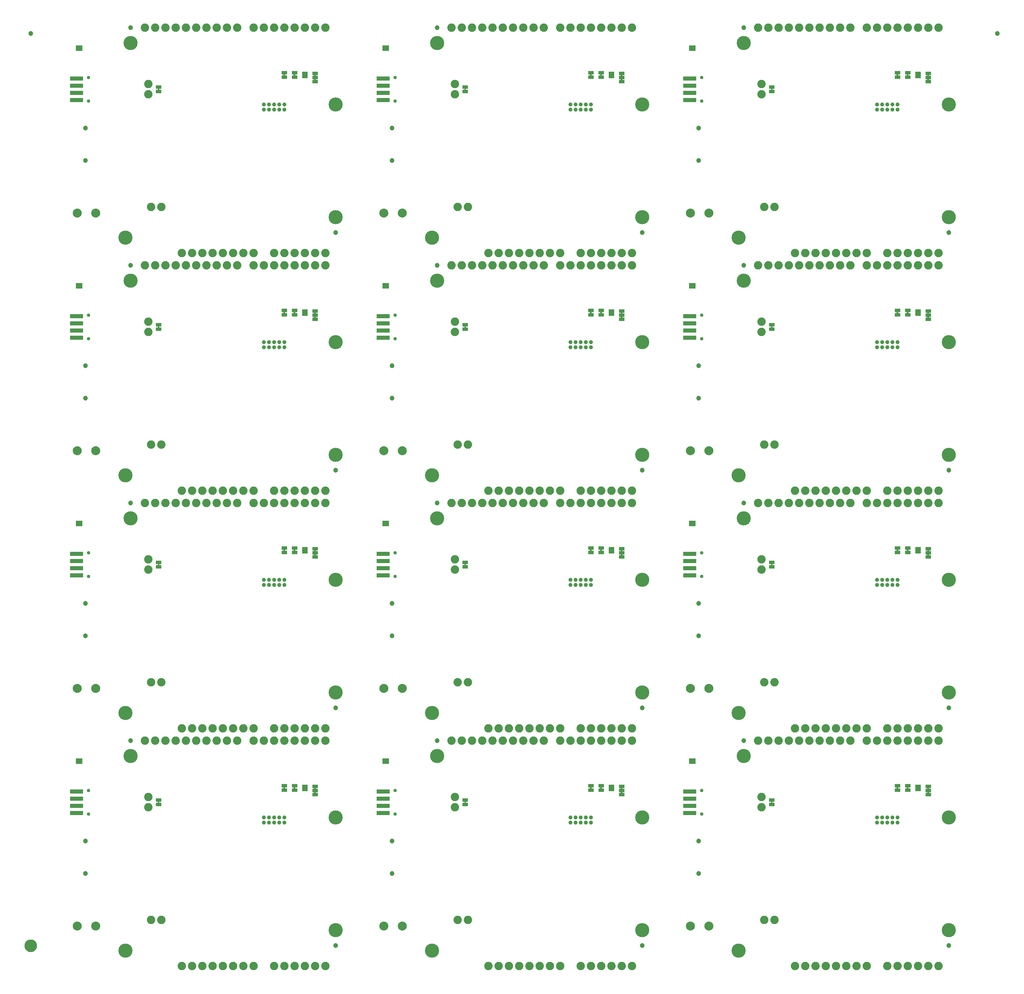
<source format=gbs>
G04 EAGLE Gerber RS-274X export*
G75*
%MOMM*%
%FSLAX34Y34*%
%LPD*%
%INSoldermask Bottom*%
%IPPOS*%
%AMOC8*
5,1,8,0,0,1.08239X$1,22.5*%
G01*
%ADD10C,3.505200*%
%ADD11C,0.853200*%
%ADD12R,3.203200X1.103200*%
%ADD13R,0.838200X1.473200*%
%ADD14C,2.082800*%
%ADD15C,0.990600*%
%ADD16C,1.203200*%
%ADD17R,1.473200X0.863600*%
%ADD18R,1.473200X0.838200*%
%ADD19C,2.235200*%
%ADD20C,1.270000*%
%ADD21C,1.703200*%

G36*
X1319595Y452132D02*
X1319595Y452132D01*
X1319661Y452134D01*
X1319704Y452152D01*
X1319751Y452160D01*
X1319808Y452194D01*
X1319868Y452219D01*
X1319903Y452250D01*
X1319944Y452275D01*
X1319986Y452326D01*
X1320034Y452370D01*
X1320056Y452412D01*
X1320085Y452449D01*
X1320106Y452511D01*
X1320137Y452570D01*
X1320145Y452624D01*
X1320157Y452661D01*
X1320156Y452701D01*
X1320164Y452755D01*
X1320164Y456565D01*
X1320153Y456630D01*
X1320151Y456696D01*
X1320133Y456739D01*
X1320125Y456786D01*
X1320091Y456843D01*
X1320066Y456903D01*
X1320035Y456938D01*
X1320010Y456979D01*
X1319959Y457021D01*
X1319915Y457069D01*
X1319873Y457091D01*
X1319836Y457120D01*
X1319774Y457141D01*
X1319715Y457172D01*
X1319661Y457180D01*
X1319624Y457192D01*
X1319584Y457191D01*
X1319530Y457199D01*
X1316990Y457199D01*
X1316925Y457188D01*
X1316859Y457186D01*
X1316816Y457168D01*
X1316769Y457160D01*
X1316712Y457126D01*
X1316652Y457101D01*
X1316617Y457070D01*
X1316576Y457045D01*
X1316535Y456994D01*
X1316486Y456950D01*
X1316464Y456908D01*
X1316435Y456871D01*
X1316414Y456809D01*
X1316383Y456750D01*
X1316375Y456696D01*
X1316363Y456659D01*
X1316363Y456655D01*
X1316363Y456654D01*
X1316364Y456619D01*
X1316356Y456565D01*
X1316356Y452755D01*
X1316367Y452690D01*
X1316369Y452624D01*
X1316387Y452581D01*
X1316395Y452534D01*
X1316429Y452477D01*
X1316454Y452417D01*
X1316485Y452382D01*
X1316510Y452341D01*
X1316561Y452300D01*
X1316605Y452251D01*
X1316647Y452229D01*
X1316684Y452200D01*
X1316746Y452179D01*
X1316805Y452148D01*
X1316859Y452140D01*
X1316896Y452128D01*
X1316936Y452129D01*
X1316990Y452121D01*
X1319530Y452121D01*
X1319595Y452132D01*
G37*
G36*
X1294195Y452132D02*
X1294195Y452132D01*
X1294261Y452134D01*
X1294304Y452152D01*
X1294351Y452160D01*
X1294408Y452194D01*
X1294468Y452219D01*
X1294503Y452250D01*
X1294544Y452275D01*
X1294586Y452326D01*
X1294634Y452370D01*
X1294656Y452412D01*
X1294685Y452449D01*
X1294706Y452511D01*
X1294737Y452570D01*
X1294745Y452624D01*
X1294757Y452661D01*
X1294756Y452701D01*
X1294764Y452755D01*
X1294764Y456565D01*
X1294753Y456630D01*
X1294751Y456696D01*
X1294733Y456739D01*
X1294725Y456786D01*
X1294691Y456843D01*
X1294666Y456903D01*
X1294635Y456938D01*
X1294610Y456979D01*
X1294559Y457021D01*
X1294515Y457069D01*
X1294473Y457091D01*
X1294436Y457120D01*
X1294374Y457141D01*
X1294315Y457172D01*
X1294261Y457180D01*
X1294224Y457192D01*
X1294184Y457191D01*
X1294130Y457199D01*
X1291590Y457199D01*
X1291525Y457188D01*
X1291459Y457186D01*
X1291416Y457168D01*
X1291369Y457160D01*
X1291312Y457126D01*
X1291252Y457101D01*
X1291217Y457070D01*
X1291176Y457045D01*
X1291135Y456994D01*
X1291086Y456950D01*
X1291064Y456908D01*
X1291035Y456871D01*
X1291014Y456809D01*
X1290983Y456750D01*
X1290975Y456696D01*
X1290963Y456659D01*
X1290963Y456655D01*
X1290963Y456654D01*
X1290964Y456619D01*
X1290956Y456565D01*
X1290956Y452755D01*
X1290967Y452690D01*
X1290969Y452624D01*
X1290987Y452581D01*
X1290995Y452534D01*
X1291029Y452477D01*
X1291054Y452417D01*
X1291085Y452382D01*
X1291110Y452341D01*
X1291161Y452300D01*
X1291205Y452251D01*
X1291247Y452229D01*
X1291284Y452200D01*
X1291346Y452179D01*
X1291405Y452148D01*
X1291459Y452140D01*
X1291496Y452128D01*
X1291536Y452129D01*
X1291590Y452121D01*
X1294130Y452121D01*
X1294195Y452132D01*
G37*
G36*
X2053655Y452132D02*
X2053655Y452132D01*
X2053721Y452134D01*
X2053764Y452152D01*
X2053811Y452160D01*
X2053868Y452194D01*
X2053928Y452219D01*
X2053963Y452250D01*
X2054004Y452275D01*
X2054046Y452326D01*
X2054094Y452370D01*
X2054116Y452412D01*
X2054145Y452449D01*
X2054166Y452511D01*
X2054197Y452570D01*
X2054205Y452624D01*
X2054217Y452661D01*
X2054216Y452701D01*
X2054224Y452755D01*
X2054224Y456565D01*
X2054213Y456630D01*
X2054211Y456696D01*
X2054193Y456739D01*
X2054185Y456786D01*
X2054151Y456843D01*
X2054126Y456903D01*
X2054095Y456938D01*
X2054070Y456979D01*
X2054019Y457021D01*
X2053975Y457069D01*
X2053933Y457091D01*
X2053896Y457120D01*
X2053834Y457141D01*
X2053775Y457172D01*
X2053721Y457180D01*
X2053684Y457192D01*
X2053644Y457191D01*
X2053590Y457199D01*
X2051050Y457199D01*
X2050985Y457188D01*
X2050919Y457186D01*
X2050876Y457168D01*
X2050829Y457160D01*
X2050772Y457126D01*
X2050712Y457101D01*
X2050677Y457070D01*
X2050636Y457045D01*
X2050595Y456994D01*
X2050546Y456950D01*
X2050524Y456908D01*
X2050495Y456871D01*
X2050474Y456809D01*
X2050443Y456750D01*
X2050435Y456696D01*
X2050423Y456659D01*
X2050423Y456655D01*
X2050423Y456654D01*
X2050424Y456619D01*
X2050416Y456565D01*
X2050416Y452755D01*
X2050427Y452690D01*
X2050429Y452624D01*
X2050447Y452581D01*
X2050455Y452534D01*
X2050489Y452477D01*
X2050514Y452417D01*
X2050545Y452382D01*
X2050570Y452341D01*
X2050621Y452300D01*
X2050665Y452251D01*
X2050707Y452229D01*
X2050744Y452200D01*
X2050806Y452179D01*
X2050865Y452148D01*
X2050919Y452140D01*
X2050956Y452128D01*
X2050996Y452129D01*
X2051050Y452121D01*
X2053590Y452121D01*
X2053655Y452132D01*
G37*
G36*
X560135Y452132D02*
X560135Y452132D01*
X560201Y452134D01*
X560244Y452152D01*
X560291Y452160D01*
X560348Y452194D01*
X560408Y452219D01*
X560443Y452250D01*
X560484Y452275D01*
X560526Y452326D01*
X560574Y452370D01*
X560596Y452412D01*
X560625Y452449D01*
X560646Y452511D01*
X560677Y452570D01*
X560685Y452624D01*
X560697Y452661D01*
X560696Y452701D01*
X560704Y452755D01*
X560704Y456565D01*
X560693Y456630D01*
X560691Y456696D01*
X560673Y456739D01*
X560665Y456786D01*
X560631Y456843D01*
X560606Y456903D01*
X560575Y456938D01*
X560550Y456979D01*
X560499Y457021D01*
X560455Y457069D01*
X560413Y457091D01*
X560376Y457120D01*
X560314Y457141D01*
X560255Y457172D01*
X560201Y457180D01*
X560164Y457192D01*
X560124Y457191D01*
X560070Y457199D01*
X557530Y457199D01*
X557465Y457188D01*
X557399Y457186D01*
X557356Y457168D01*
X557309Y457160D01*
X557252Y457126D01*
X557192Y457101D01*
X557157Y457070D01*
X557116Y457045D01*
X557075Y456994D01*
X557026Y456950D01*
X557004Y456908D01*
X556975Y456871D01*
X556954Y456809D01*
X556923Y456750D01*
X556915Y456696D01*
X556903Y456659D01*
X556903Y456655D01*
X556903Y456654D01*
X556904Y456619D01*
X556896Y456565D01*
X556896Y452755D01*
X556907Y452690D01*
X556909Y452624D01*
X556927Y452581D01*
X556935Y452534D01*
X556969Y452477D01*
X556994Y452417D01*
X557025Y452382D01*
X557050Y452341D01*
X557101Y452300D01*
X557145Y452251D01*
X557187Y452229D01*
X557224Y452200D01*
X557286Y452179D01*
X557345Y452148D01*
X557399Y452140D01*
X557436Y452128D01*
X557476Y452129D01*
X557530Y452121D01*
X560070Y452121D01*
X560135Y452132D01*
G37*
G36*
X2079055Y452132D02*
X2079055Y452132D01*
X2079121Y452134D01*
X2079164Y452152D01*
X2079211Y452160D01*
X2079268Y452194D01*
X2079328Y452219D01*
X2079363Y452250D01*
X2079404Y452275D01*
X2079446Y452326D01*
X2079494Y452370D01*
X2079516Y452412D01*
X2079545Y452449D01*
X2079566Y452511D01*
X2079597Y452570D01*
X2079605Y452624D01*
X2079617Y452661D01*
X2079616Y452701D01*
X2079624Y452755D01*
X2079624Y456565D01*
X2079613Y456630D01*
X2079611Y456696D01*
X2079593Y456739D01*
X2079585Y456786D01*
X2079551Y456843D01*
X2079526Y456903D01*
X2079495Y456938D01*
X2079470Y456979D01*
X2079419Y457021D01*
X2079375Y457069D01*
X2079333Y457091D01*
X2079296Y457120D01*
X2079234Y457141D01*
X2079175Y457172D01*
X2079121Y457180D01*
X2079084Y457192D01*
X2079044Y457191D01*
X2078990Y457199D01*
X2076450Y457199D01*
X2076385Y457188D01*
X2076319Y457186D01*
X2076276Y457168D01*
X2076229Y457160D01*
X2076172Y457126D01*
X2076112Y457101D01*
X2076077Y457070D01*
X2076036Y457045D01*
X2075995Y456994D01*
X2075946Y456950D01*
X2075924Y456908D01*
X2075895Y456871D01*
X2075874Y456809D01*
X2075843Y456750D01*
X2075835Y456696D01*
X2075823Y456659D01*
X2075823Y456655D01*
X2075823Y456654D01*
X2075824Y456619D01*
X2075816Y456565D01*
X2075816Y452755D01*
X2075827Y452690D01*
X2075829Y452624D01*
X2075847Y452581D01*
X2075855Y452534D01*
X2075889Y452477D01*
X2075914Y452417D01*
X2075945Y452382D01*
X2075970Y452341D01*
X2076021Y452300D01*
X2076065Y452251D01*
X2076107Y452229D01*
X2076144Y452200D01*
X2076206Y452179D01*
X2076265Y452148D01*
X2076319Y452140D01*
X2076356Y452128D01*
X2076396Y452129D01*
X2076450Y452121D01*
X2078990Y452121D01*
X2079055Y452132D01*
G37*
G36*
X534735Y452132D02*
X534735Y452132D01*
X534801Y452134D01*
X534844Y452152D01*
X534891Y452160D01*
X534948Y452194D01*
X535008Y452219D01*
X535043Y452250D01*
X535084Y452275D01*
X535126Y452326D01*
X535174Y452370D01*
X535196Y452412D01*
X535225Y452449D01*
X535246Y452511D01*
X535277Y452570D01*
X535285Y452624D01*
X535297Y452661D01*
X535296Y452701D01*
X535304Y452755D01*
X535304Y456565D01*
X535293Y456630D01*
X535291Y456696D01*
X535273Y456739D01*
X535265Y456786D01*
X535231Y456843D01*
X535206Y456903D01*
X535175Y456938D01*
X535150Y456979D01*
X535099Y457021D01*
X535055Y457069D01*
X535013Y457091D01*
X534976Y457120D01*
X534914Y457141D01*
X534855Y457172D01*
X534801Y457180D01*
X534764Y457192D01*
X534724Y457191D01*
X534670Y457199D01*
X532130Y457199D01*
X532065Y457188D01*
X531999Y457186D01*
X531956Y457168D01*
X531909Y457160D01*
X531852Y457126D01*
X531792Y457101D01*
X531757Y457070D01*
X531716Y457045D01*
X531675Y456994D01*
X531626Y456950D01*
X531604Y456908D01*
X531575Y456871D01*
X531554Y456809D01*
X531523Y456750D01*
X531515Y456696D01*
X531503Y456659D01*
X531503Y456655D01*
X531503Y456654D01*
X531504Y456619D01*
X531496Y456565D01*
X531496Y452755D01*
X531507Y452690D01*
X531509Y452624D01*
X531527Y452581D01*
X531535Y452534D01*
X531569Y452477D01*
X531594Y452417D01*
X531625Y452382D01*
X531650Y452341D01*
X531701Y452300D01*
X531745Y452251D01*
X531787Y452229D01*
X531824Y452200D01*
X531886Y452179D01*
X531945Y452148D01*
X531999Y452140D01*
X532036Y452128D01*
X532076Y452129D01*
X532130Y452121D01*
X534670Y452121D01*
X534735Y452132D01*
G37*
G36*
X2129855Y2218702D02*
X2129855Y2218702D01*
X2129921Y2218704D01*
X2129964Y2218722D01*
X2130011Y2218730D01*
X2130068Y2218764D01*
X2130128Y2218789D01*
X2130163Y2218820D01*
X2130204Y2218845D01*
X2130246Y2218896D01*
X2130294Y2218940D01*
X2130316Y2218982D01*
X2130345Y2219019D01*
X2130366Y2219081D01*
X2130397Y2219140D01*
X2130405Y2219194D01*
X2130417Y2219231D01*
X2130416Y2219271D01*
X2130424Y2219325D01*
X2130424Y2223135D01*
X2130413Y2223200D01*
X2130411Y2223266D01*
X2130393Y2223309D01*
X2130385Y2223356D01*
X2130351Y2223413D01*
X2130326Y2223473D01*
X2130295Y2223508D01*
X2130270Y2223549D01*
X2130219Y2223591D01*
X2130175Y2223639D01*
X2130133Y2223661D01*
X2130096Y2223690D01*
X2130034Y2223711D01*
X2129975Y2223742D01*
X2129921Y2223750D01*
X2129884Y2223762D01*
X2129844Y2223761D01*
X2129790Y2223769D01*
X2127250Y2223769D01*
X2127185Y2223758D01*
X2127119Y2223756D01*
X2127076Y2223738D01*
X2127029Y2223730D01*
X2126972Y2223696D01*
X2126912Y2223671D01*
X2126877Y2223640D01*
X2126836Y2223615D01*
X2126795Y2223564D01*
X2126746Y2223520D01*
X2126724Y2223478D01*
X2126695Y2223441D01*
X2126674Y2223379D01*
X2126643Y2223320D01*
X2126635Y2223266D01*
X2126623Y2223229D01*
X2126623Y2223225D01*
X2126623Y2223224D01*
X2126624Y2223189D01*
X2126616Y2223135D01*
X2126616Y2219325D01*
X2126627Y2219260D01*
X2126629Y2219194D01*
X2126647Y2219151D01*
X2126655Y2219104D01*
X2126689Y2219047D01*
X2126714Y2218987D01*
X2126745Y2218952D01*
X2126770Y2218911D01*
X2126821Y2218870D01*
X2126865Y2218821D01*
X2126907Y2218799D01*
X2126944Y2218770D01*
X2127006Y2218749D01*
X2127065Y2218718D01*
X2127119Y2218710D01*
X2127156Y2218698D01*
X2127196Y2218699D01*
X2127250Y2218691D01*
X2129790Y2218691D01*
X2129855Y2218702D01*
G37*
G36*
X1370395Y2218702D02*
X1370395Y2218702D01*
X1370461Y2218704D01*
X1370504Y2218722D01*
X1370551Y2218730D01*
X1370608Y2218764D01*
X1370668Y2218789D01*
X1370703Y2218820D01*
X1370744Y2218845D01*
X1370786Y2218896D01*
X1370834Y2218940D01*
X1370856Y2218982D01*
X1370885Y2219019D01*
X1370906Y2219081D01*
X1370937Y2219140D01*
X1370945Y2219194D01*
X1370957Y2219231D01*
X1370956Y2219271D01*
X1370964Y2219325D01*
X1370964Y2223135D01*
X1370953Y2223200D01*
X1370951Y2223266D01*
X1370933Y2223309D01*
X1370925Y2223356D01*
X1370891Y2223413D01*
X1370866Y2223473D01*
X1370835Y2223508D01*
X1370810Y2223549D01*
X1370759Y2223591D01*
X1370715Y2223639D01*
X1370673Y2223661D01*
X1370636Y2223690D01*
X1370574Y2223711D01*
X1370515Y2223742D01*
X1370461Y2223750D01*
X1370424Y2223762D01*
X1370384Y2223761D01*
X1370330Y2223769D01*
X1367790Y2223769D01*
X1367725Y2223758D01*
X1367659Y2223756D01*
X1367616Y2223738D01*
X1367569Y2223730D01*
X1367512Y2223696D01*
X1367452Y2223671D01*
X1367417Y2223640D01*
X1367376Y2223615D01*
X1367335Y2223564D01*
X1367286Y2223520D01*
X1367264Y2223478D01*
X1367235Y2223441D01*
X1367214Y2223379D01*
X1367183Y2223320D01*
X1367175Y2223266D01*
X1367163Y2223229D01*
X1367163Y2223225D01*
X1367163Y2223224D01*
X1367164Y2223189D01*
X1367156Y2223135D01*
X1367156Y2219325D01*
X1367167Y2219260D01*
X1367169Y2219194D01*
X1367187Y2219151D01*
X1367195Y2219104D01*
X1367229Y2219047D01*
X1367254Y2218987D01*
X1367285Y2218952D01*
X1367310Y2218911D01*
X1367361Y2218870D01*
X1367405Y2218821D01*
X1367447Y2218799D01*
X1367484Y2218770D01*
X1367546Y2218749D01*
X1367605Y2218718D01*
X1367659Y2218710D01*
X1367696Y2218698D01*
X1367736Y2218699D01*
X1367790Y2218691D01*
X1370330Y2218691D01*
X1370395Y2218702D01*
G37*
G36*
X610935Y2218702D02*
X610935Y2218702D01*
X611001Y2218704D01*
X611044Y2218722D01*
X611091Y2218730D01*
X611148Y2218764D01*
X611208Y2218789D01*
X611243Y2218820D01*
X611284Y2218845D01*
X611326Y2218896D01*
X611374Y2218940D01*
X611396Y2218982D01*
X611425Y2219019D01*
X611446Y2219081D01*
X611477Y2219140D01*
X611485Y2219194D01*
X611497Y2219231D01*
X611496Y2219271D01*
X611504Y2219325D01*
X611504Y2223135D01*
X611493Y2223200D01*
X611491Y2223266D01*
X611473Y2223309D01*
X611465Y2223356D01*
X611431Y2223413D01*
X611406Y2223473D01*
X611375Y2223508D01*
X611350Y2223549D01*
X611299Y2223591D01*
X611255Y2223639D01*
X611213Y2223661D01*
X611176Y2223690D01*
X611114Y2223711D01*
X611055Y2223742D01*
X611001Y2223750D01*
X610964Y2223762D01*
X610924Y2223761D01*
X610870Y2223769D01*
X608330Y2223769D01*
X608265Y2223758D01*
X608199Y2223756D01*
X608156Y2223738D01*
X608109Y2223730D01*
X608052Y2223696D01*
X607992Y2223671D01*
X607957Y2223640D01*
X607916Y2223615D01*
X607875Y2223564D01*
X607826Y2223520D01*
X607804Y2223478D01*
X607775Y2223441D01*
X607754Y2223379D01*
X607723Y2223320D01*
X607715Y2223266D01*
X607703Y2223229D01*
X607703Y2223225D01*
X607703Y2223224D01*
X607704Y2223189D01*
X607696Y2223135D01*
X607696Y2219325D01*
X607707Y2219260D01*
X607709Y2219194D01*
X607727Y2219151D01*
X607735Y2219104D01*
X607769Y2219047D01*
X607794Y2218987D01*
X607825Y2218952D01*
X607850Y2218911D01*
X607901Y2218870D01*
X607945Y2218821D01*
X607987Y2218799D01*
X608024Y2218770D01*
X608086Y2218749D01*
X608145Y2218718D01*
X608199Y2218710D01*
X608236Y2218698D01*
X608276Y2218699D01*
X608330Y2218691D01*
X610870Y2218691D01*
X610935Y2218702D01*
G37*
G36*
X1370395Y2208542D02*
X1370395Y2208542D01*
X1370461Y2208544D01*
X1370504Y2208562D01*
X1370551Y2208570D01*
X1370608Y2208604D01*
X1370668Y2208629D01*
X1370703Y2208660D01*
X1370744Y2208685D01*
X1370786Y2208736D01*
X1370834Y2208780D01*
X1370856Y2208822D01*
X1370885Y2208859D01*
X1370906Y2208921D01*
X1370937Y2208980D01*
X1370945Y2209034D01*
X1370957Y2209071D01*
X1370956Y2209111D01*
X1370964Y2209165D01*
X1370964Y2212975D01*
X1370953Y2213040D01*
X1370951Y2213106D01*
X1370933Y2213149D01*
X1370925Y2213196D01*
X1370891Y2213253D01*
X1370866Y2213313D01*
X1370835Y2213348D01*
X1370810Y2213389D01*
X1370759Y2213431D01*
X1370715Y2213479D01*
X1370673Y2213501D01*
X1370636Y2213530D01*
X1370574Y2213551D01*
X1370515Y2213582D01*
X1370461Y2213590D01*
X1370424Y2213602D01*
X1370384Y2213601D01*
X1370330Y2213609D01*
X1367790Y2213609D01*
X1367725Y2213598D01*
X1367659Y2213596D01*
X1367616Y2213578D01*
X1367569Y2213570D01*
X1367512Y2213536D01*
X1367452Y2213511D01*
X1367417Y2213480D01*
X1367376Y2213455D01*
X1367335Y2213404D01*
X1367286Y2213360D01*
X1367264Y2213318D01*
X1367235Y2213281D01*
X1367214Y2213219D01*
X1367183Y2213160D01*
X1367175Y2213106D01*
X1367163Y2213069D01*
X1367163Y2213065D01*
X1367163Y2213064D01*
X1367164Y2213029D01*
X1367156Y2212975D01*
X1367156Y2209165D01*
X1367167Y2209100D01*
X1367169Y2209034D01*
X1367187Y2208991D01*
X1367195Y2208944D01*
X1367229Y2208887D01*
X1367254Y2208827D01*
X1367285Y2208792D01*
X1367310Y2208751D01*
X1367361Y2208710D01*
X1367405Y2208661D01*
X1367447Y2208639D01*
X1367484Y2208610D01*
X1367546Y2208589D01*
X1367605Y2208558D01*
X1367659Y2208550D01*
X1367696Y2208538D01*
X1367736Y2208539D01*
X1367790Y2208531D01*
X1370330Y2208531D01*
X1370395Y2208542D01*
G37*
G36*
X2129855Y2208542D02*
X2129855Y2208542D01*
X2129921Y2208544D01*
X2129964Y2208562D01*
X2130011Y2208570D01*
X2130068Y2208604D01*
X2130128Y2208629D01*
X2130163Y2208660D01*
X2130204Y2208685D01*
X2130246Y2208736D01*
X2130294Y2208780D01*
X2130316Y2208822D01*
X2130345Y2208859D01*
X2130366Y2208921D01*
X2130397Y2208980D01*
X2130405Y2209034D01*
X2130417Y2209071D01*
X2130416Y2209111D01*
X2130424Y2209165D01*
X2130424Y2212975D01*
X2130413Y2213040D01*
X2130411Y2213106D01*
X2130393Y2213149D01*
X2130385Y2213196D01*
X2130351Y2213253D01*
X2130326Y2213313D01*
X2130295Y2213348D01*
X2130270Y2213389D01*
X2130219Y2213431D01*
X2130175Y2213479D01*
X2130133Y2213501D01*
X2130096Y2213530D01*
X2130034Y2213551D01*
X2129975Y2213582D01*
X2129921Y2213590D01*
X2129884Y2213602D01*
X2129844Y2213601D01*
X2129790Y2213609D01*
X2127250Y2213609D01*
X2127185Y2213598D01*
X2127119Y2213596D01*
X2127076Y2213578D01*
X2127029Y2213570D01*
X2126972Y2213536D01*
X2126912Y2213511D01*
X2126877Y2213480D01*
X2126836Y2213455D01*
X2126795Y2213404D01*
X2126746Y2213360D01*
X2126724Y2213318D01*
X2126695Y2213281D01*
X2126674Y2213219D01*
X2126643Y2213160D01*
X2126635Y2213106D01*
X2126623Y2213069D01*
X2126623Y2213065D01*
X2126623Y2213064D01*
X2126624Y2213029D01*
X2126616Y2212975D01*
X2126616Y2209165D01*
X2126627Y2209100D01*
X2126629Y2209034D01*
X2126647Y2208991D01*
X2126655Y2208944D01*
X2126689Y2208887D01*
X2126714Y2208827D01*
X2126745Y2208792D01*
X2126770Y2208751D01*
X2126821Y2208710D01*
X2126865Y2208661D01*
X2126907Y2208639D01*
X2126944Y2208610D01*
X2127006Y2208589D01*
X2127065Y2208558D01*
X2127119Y2208550D01*
X2127156Y2208538D01*
X2127196Y2208539D01*
X2127250Y2208531D01*
X2129790Y2208531D01*
X2129855Y2208542D01*
G37*
G36*
X610935Y2208542D02*
X610935Y2208542D01*
X611001Y2208544D01*
X611044Y2208562D01*
X611091Y2208570D01*
X611148Y2208604D01*
X611208Y2208629D01*
X611243Y2208660D01*
X611284Y2208685D01*
X611326Y2208736D01*
X611374Y2208780D01*
X611396Y2208822D01*
X611425Y2208859D01*
X611446Y2208921D01*
X611477Y2208980D01*
X611485Y2209034D01*
X611497Y2209071D01*
X611496Y2209111D01*
X611504Y2209165D01*
X611504Y2212975D01*
X611493Y2213040D01*
X611491Y2213106D01*
X611473Y2213149D01*
X611465Y2213196D01*
X611431Y2213253D01*
X611406Y2213313D01*
X611375Y2213348D01*
X611350Y2213389D01*
X611299Y2213431D01*
X611255Y2213479D01*
X611213Y2213501D01*
X611176Y2213530D01*
X611114Y2213551D01*
X611055Y2213582D01*
X611001Y2213590D01*
X610964Y2213602D01*
X610924Y2213601D01*
X610870Y2213609D01*
X608330Y2213609D01*
X608265Y2213598D01*
X608199Y2213596D01*
X608156Y2213578D01*
X608109Y2213570D01*
X608052Y2213536D01*
X607992Y2213511D01*
X607957Y2213480D01*
X607916Y2213455D01*
X607875Y2213404D01*
X607826Y2213360D01*
X607804Y2213318D01*
X607775Y2213281D01*
X607754Y2213219D01*
X607723Y2213160D01*
X607715Y2213106D01*
X607703Y2213069D01*
X607703Y2213065D01*
X607703Y2213064D01*
X607704Y2213029D01*
X607696Y2212975D01*
X607696Y2209165D01*
X607707Y2209100D01*
X607709Y2209034D01*
X607727Y2208991D01*
X607735Y2208944D01*
X607769Y2208887D01*
X607794Y2208827D01*
X607825Y2208792D01*
X607850Y2208751D01*
X607901Y2208710D01*
X607945Y2208661D01*
X607987Y2208639D01*
X608024Y2208610D01*
X608086Y2208589D01*
X608145Y2208558D01*
X608199Y2208550D01*
X608236Y2208538D01*
X608276Y2208539D01*
X608330Y2208531D01*
X610870Y2208531D01*
X610935Y2208542D01*
G37*
G36*
X1742505Y2184412D02*
X1742505Y2184412D01*
X1742571Y2184414D01*
X1742614Y2184432D01*
X1742661Y2184440D01*
X1742718Y2184474D01*
X1742778Y2184499D01*
X1742813Y2184530D01*
X1742854Y2184555D01*
X1742896Y2184606D01*
X1742944Y2184650D01*
X1742966Y2184692D01*
X1742995Y2184729D01*
X1743016Y2184791D01*
X1743047Y2184850D01*
X1743055Y2184904D01*
X1743067Y2184941D01*
X1743066Y2184981D01*
X1743074Y2185035D01*
X1743074Y2188845D01*
X1743063Y2188910D01*
X1743061Y2188976D01*
X1743043Y2189019D01*
X1743035Y2189066D01*
X1743001Y2189123D01*
X1742976Y2189183D01*
X1742945Y2189218D01*
X1742920Y2189259D01*
X1742869Y2189301D01*
X1742825Y2189349D01*
X1742783Y2189371D01*
X1742746Y2189400D01*
X1742684Y2189421D01*
X1742625Y2189452D01*
X1742571Y2189460D01*
X1742534Y2189472D01*
X1742494Y2189471D01*
X1742440Y2189479D01*
X1739900Y2189479D01*
X1739835Y2189468D01*
X1739769Y2189466D01*
X1739726Y2189448D01*
X1739679Y2189440D01*
X1739622Y2189406D01*
X1739562Y2189381D01*
X1739527Y2189350D01*
X1739486Y2189325D01*
X1739445Y2189274D01*
X1739396Y2189230D01*
X1739374Y2189188D01*
X1739345Y2189151D01*
X1739324Y2189089D01*
X1739293Y2189030D01*
X1739285Y2188976D01*
X1739273Y2188939D01*
X1739273Y2188935D01*
X1739273Y2188934D01*
X1739274Y2188899D01*
X1739266Y2188845D01*
X1739266Y2185035D01*
X1739277Y2184970D01*
X1739279Y2184904D01*
X1739297Y2184861D01*
X1739305Y2184814D01*
X1739339Y2184757D01*
X1739364Y2184697D01*
X1739395Y2184662D01*
X1739420Y2184621D01*
X1739471Y2184580D01*
X1739515Y2184531D01*
X1739557Y2184509D01*
X1739594Y2184480D01*
X1739656Y2184459D01*
X1739715Y2184428D01*
X1739769Y2184420D01*
X1739806Y2184408D01*
X1739846Y2184409D01*
X1739900Y2184401D01*
X1742440Y2184401D01*
X1742505Y2184412D01*
G37*
G36*
X223585Y2184412D02*
X223585Y2184412D01*
X223651Y2184414D01*
X223694Y2184432D01*
X223741Y2184440D01*
X223798Y2184474D01*
X223858Y2184499D01*
X223893Y2184530D01*
X223934Y2184555D01*
X223976Y2184606D01*
X224024Y2184650D01*
X224046Y2184692D01*
X224075Y2184729D01*
X224096Y2184791D01*
X224127Y2184850D01*
X224135Y2184904D01*
X224147Y2184941D01*
X224146Y2184981D01*
X224154Y2185035D01*
X224154Y2188845D01*
X224143Y2188910D01*
X224141Y2188976D01*
X224123Y2189019D01*
X224115Y2189066D01*
X224081Y2189123D01*
X224056Y2189183D01*
X224025Y2189218D01*
X224000Y2189259D01*
X223949Y2189301D01*
X223905Y2189349D01*
X223863Y2189371D01*
X223826Y2189400D01*
X223764Y2189421D01*
X223705Y2189452D01*
X223651Y2189460D01*
X223614Y2189472D01*
X223574Y2189471D01*
X223520Y2189479D01*
X220980Y2189479D01*
X220915Y2189468D01*
X220849Y2189466D01*
X220806Y2189448D01*
X220759Y2189440D01*
X220702Y2189406D01*
X220642Y2189381D01*
X220607Y2189350D01*
X220566Y2189325D01*
X220525Y2189274D01*
X220476Y2189230D01*
X220454Y2189188D01*
X220425Y2189151D01*
X220404Y2189089D01*
X220373Y2189030D01*
X220365Y2188976D01*
X220353Y2188939D01*
X220353Y2188935D01*
X220353Y2188934D01*
X220354Y2188899D01*
X220346Y2188845D01*
X220346Y2185035D01*
X220357Y2184970D01*
X220359Y2184904D01*
X220377Y2184861D01*
X220385Y2184814D01*
X220419Y2184757D01*
X220444Y2184697D01*
X220475Y2184662D01*
X220500Y2184621D01*
X220551Y2184580D01*
X220595Y2184531D01*
X220637Y2184509D01*
X220674Y2184480D01*
X220736Y2184459D01*
X220795Y2184428D01*
X220849Y2184420D01*
X220886Y2184408D01*
X220926Y2184409D01*
X220980Y2184401D01*
X223520Y2184401D01*
X223585Y2184412D01*
G37*
G36*
X983045Y2184412D02*
X983045Y2184412D01*
X983111Y2184414D01*
X983154Y2184432D01*
X983201Y2184440D01*
X983258Y2184474D01*
X983318Y2184499D01*
X983353Y2184530D01*
X983394Y2184555D01*
X983436Y2184606D01*
X983484Y2184650D01*
X983506Y2184692D01*
X983535Y2184729D01*
X983556Y2184791D01*
X983587Y2184850D01*
X983595Y2184904D01*
X983607Y2184941D01*
X983606Y2184981D01*
X983614Y2185035D01*
X983614Y2188845D01*
X983603Y2188910D01*
X983601Y2188976D01*
X983583Y2189019D01*
X983575Y2189066D01*
X983541Y2189123D01*
X983516Y2189183D01*
X983485Y2189218D01*
X983460Y2189259D01*
X983409Y2189301D01*
X983365Y2189349D01*
X983323Y2189371D01*
X983286Y2189400D01*
X983224Y2189421D01*
X983165Y2189452D01*
X983111Y2189460D01*
X983074Y2189472D01*
X983034Y2189471D01*
X982980Y2189479D01*
X980440Y2189479D01*
X980375Y2189468D01*
X980309Y2189466D01*
X980266Y2189448D01*
X980219Y2189440D01*
X980162Y2189406D01*
X980102Y2189381D01*
X980067Y2189350D01*
X980026Y2189325D01*
X979985Y2189274D01*
X979936Y2189230D01*
X979914Y2189188D01*
X979885Y2189151D01*
X979864Y2189089D01*
X979833Y2189030D01*
X979825Y2188976D01*
X979813Y2188939D01*
X979813Y2188935D01*
X979813Y2188934D01*
X979814Y2188899D01*
X979806Y2188845D01*
X979806Y2185035D01*
X979817Y2184970D01*
X979819Y2184904D01*
X979837Y2184861D01*
X979845Y2184814D01*
X979879Y2184757D01*
X979904Y2184697D01*
X979935Y2184662D01*
X979960Y2184621D01*
X980011Y2184580D01*
X980055Y2184531D01*
X980097Y2184509D01*
X980134Y2184480D01*
X980196Y2184459D01*
X980255Y2184428D01*
X980309Y2184420D01*
X980346Y2184408D01*
X980386Y2184409D01*
X980440Y2184401D01*
X982980Y2184401D01*
X983045Y2184412D01*
G37*
G36*
X1294195Y1630692D02*
X1294195Y1630692D01*
X1294261Y1630694D01*
X1294304Y1630712D01*
X1294351Y1630720D01*
X1294408Y1630754D01*
X1294468Y1630779D01*
X1294503Y1630810D01*
X1294544Y1630835D01*
X1294586Y1630886D01*
X1294634Y1630930D01*
X1294656Y1630972D01*
X1294685Y1631009D01*
X1294706Y1631071D01*
X1294737Y1631130D01*
X1294745Y1631184D01*
X1294757Y1631221D01*
X1294756Y1631261D01*
X1294764Y1631315D01*
X1294764Y1635125D01*
X1294753Y1635190D01*
X1294751Y1635256D01*
X1294733Y1635299D01*
X1294725Y1635346D01*
X1294691Y1635403D01*
X1294666Y1635463D01*
X1294635Y1635498D01*
X1294610Y1635539D01*
X1294559Y1635581D01*
X1294515Y1635629D01*
X1294473Y1635651D01*
X1294436Y1635680D01*
X1294374Y1635701D01*
X1294315Y1635732D01*
X1294261Y1635740D01*
X1294224Y1635752D01*
X1294184Y1635751D01*
X1294130Y1635759D01*
X1291590Y1635759D01*
X1291525Y1635748D01*
X1291459Y1635746D01*
X1291416Y1635728D01*
X1291369Y1635720D01*
X1291312Y1635686D01*
X1291252Y1635661D01*
X1291217Y1635630D01*
X1291176Y1635605D01*
X1291135Y1635554D01*
X1291086Y1635510D01*
X1291064Y1635468D01*
X1291035Y1635431D01*
X1291014Y1635369D01*
X1290983Y1635310D01*
X1290975Y1635256D01*
X1290963Y1635219D01*
X1290963Y1635215D01*
X1290963Y1635214D01*
X1290964Y1635179D01*
X1290956Y1635125D01*
X1290956Y1631315D01*
X1290967Y1631250D01*
X1290969Y1631184D01*
X1290987Y1631141D01*
X1290995Y1631094D01*
X1291029Y1631037D01*
X1291054Y1630977D01*
X1291085Y1630942D01*
X1291110Y1630901D01*
X1291161Y1630860D01*
X1291205Y1630811D01*
X1291247Y1630789D01*
X1291284Y1630760D01*
X1291346Y1630739D01*
X1291405Y1630708D01*
X1291459Y1630700D01*
X1291496Y1630688D01*
X1291536Y1630689D01*
X1291590Y1630681D01*
X1294130Y1630681D01*
X1294195Y1630692D01*
G37*
G36*
X2053655Y1630692D02*
X2053655Y1630692D01*
X2053721Y1630694D01*
X2053764Y1630712D01*
X2053811Y1630720D01*
X2053868Y1630754D01*
X2053928Y1630779D01*
X2053963Y1630810D01*
X2054004Y1630835D01*
X2054046Y1630886D01*
X2054094Y1630930D01*
X2054116Y1630972D01*
X2054145Y1631009D01*
X2054166Y1631071D01*
X2054197Y1631130D01*
X2054205Y1631184D01*
X2054217Y1631221D01*
X2054216Y1631261D01*
X2054224Y1631315D01*
X2054224Y1635125D01*
X2054213Y1635190D01*
X2054211Y1635256D01*
X2054193Y1635299D01*
X2054185Y1635346D01*
X2054151Y1635403D01*
X2054126Y1635463D01*
X2054095Y1635498D01*
X2054070Y1635539D01*
X2054019Y1635581D01*
X2053975Y1635629D01*
X2053933Y1635651D01*
X2053896Y1635680D01*
X2053834Y1635701D01*
X2053775Y1635732D01*
X2053721Y1635740D01*
X2053684Y1635752D01*
X2053644Y1635751D01*
X2053590Y1635759D01*
X2051050Y1635759D01*
X2050985Y1635748D01*
X2050919Y1635746D01*
X2050876Y1635728D01*
X2050829Y1635720D01*
X2050772Y1635686D01*
X2050712Y1635661D01*
X2050677Y1635630D01*
X2050636Y1635605D01*
X2050595Y1635554D01*
X2050546Y1635510D01*
X2050524Y1635468D01*
X2050495Y1635431D01*
X2050474Y1635369D01*
X2050443Y1635310D01*
X2050435Y1635256D01*
X2050423Y1635219D01*
X2050423Y1635215D01*
X2050423Y1635214D01*
X2050424Y1635179D01*
X2050416Y1635125D01*
X2050416Y1631315D01*
X2050427Y1631250D01*
X2050429Y1631184D01*
X2050447Y1631141D01*
X2050455Y1631094D01*
X2050489Y1631037D01*
X2050514Y1630977D01*
X2050545Y1630942D01*
X2050570Y1630901D01*
X2050621Y1630860D01*
X2050665Y1630811D01*
X2050707Y1630789D01*
X2050744Y1630760D01*
X2050806Y1630739D01*
X2050865Y1630708D01*
X2050919Y1630700D01*
X2050956Y1630688D01*
X2050996Y1630689D01*
X2051050Y1630681D01*
X2053590Y1630681D01*
X2053655Y1630692D01*
G37*
G36*
X2079055Y1630692D02*
X2079055Y1630692D01*
X2079121Y1630694D01*
X2079164Y1630712D01*
X2079211Y1630720D01*
X2079268Y1630754D01*
X2079328Y1630779D01*
X2079363Y1630810D01*
X2079404Y1630835D01*
X2079446Y1630886D01*
X2079494Y1630930D01*
X2079516Y1630972D01*
X2079545Y1631009D01*
X2079566Y1631071D01*
X2079597Y1631130D01*
X2079605Y1631184D01*
X2079617Y1631221D01*
X2079616Y1631261D01*
X2079624Y1631315D01*
X2079624Y1635125D01*
X2079613Y1635190D01*
X2079611Y1635256D01*
X2079593Y1635299D01*
X2079585Y1635346D01*
X2079551Y1635403D01*
X2079526Y1635463D01*
X2079495Y1635498D01*
X2079470Y1635539D01*
X2079419Y1635581D01*
X2079375Y1635629D01*
X2079333Y1635651D01*
X2079296Y1635680D01*
X2079234Y1635701D01*
X2079175Y1635732D01*
X2079121Y1635740D01*
X2079084Y1635752D01*
X2079044Y1635751D01*
X2078990Y1635759D01*
X2076450Y1635759D01*
X2076385Y1635748D01*
X2076319Y1635746D01*
X2076276Y1635728D01*
X2076229Y1635720D01*
X2076172Y1635686D01*
X2076112Y1635661D01*
X2076077Y1635630D01*
X2076036Y1635605D01*
X2075995Y1635554D01*
X2075946Y1635510D01*
X2075924Y1635468D01*
X2075895Y1635431D01*
X2075874Y1635369D01*
X2075843Y1635310D01*
X2075835Y1635256D01*
X2075823Y1635219D01*
X2075823Y1635215D01*
X2075823Y1635214D01*
X2075824Y1635179D01*
X2075816Y1635125D01*
X2075816Y1631315D01*
X2075827Y1631250D01*
X2075829Y1631184D01*
X2075847Y1631141D01*
X2075855Y1631094D01*
X2075889Y1631037D01*
X2075914Y1630977D01*
X2075945Y1630942D01*
X2075970Y1630901D01*
X2076021Y1630860D01*
X2076065Y1630811D01*
X2076107Y1630789D01*
X2076144Y1630760D01*
X2076206Y1630739D01*
X2076265Y1630708D01*
X2076319Y1630700D01*
X2076356Y1630688D01*
X2076396Y1630689D01*
X2076450Y1630681D01*
X2078990Y1630681D01*
X2079055Y1630692D01*
G37*
G36*
X534735Y1630692D02*
X534735Y1630692D01*
X534801Y1630694D01*
X534844Y1630712D01*
X534891Y1630720D01*
X534948Y1630754D01*
X535008Y1630779D01*
X535043Y1630810D01*
X535084Y1630835D01*
X535126Y1630886D01*
X535174Y1630930D01*
X535196Y1630972D01*
X535225Y1631009D01*
X535246Y1631071D01*
X535277Y1631130D01*
X535285Y1631184D01*
X535297Y1631221D01*
X535296Y1631261D01*
X535304Y1631315D01*
X535304Y1635125D01*
X535293Y1635190D01*
X535291Y1635256D01*
X535273Y1635299D01*
X535265Y1635346D01*
X535231Y1635403D01*
X535206Y1635463D01*
X535175Y1635498D01*
X535150Y1635539D01*
X535099Y1635581D01*
X535055Y1635629D01*
X535013Y1635651D01*
X534976Y1635680D01*
X534914Y1635701D01*
X534855Y1635732D01*
X534801Y1635740D01*
X534764Y1635752D01*
X534724Y1635751D01*
X534670Y1635759D01*
X532130Y1635759D01*
X532065Y1635748D01*
X531999Y1635746D01*
X531956Y1635728D01*
X531909Y1635720D01*
X531852Y1635686D01*
X531792Y1635661D01*
X531757Y1635630D01*
X531716Y1635605D01*
X531675Y1635554D01*
X531626Y1635510D01*
X531604Y1635468D01*
X531575Y1635431D01*
X531554Y1635369D01*
X531523Y1635310D01*
X531515Y1635256D01*
X531503Y1635219D01*
X531503Y1635215D01*
X531503Y1635214D01*
X531504Y1635179D01*
X531496Y1635125D01*
X531496Y1631315D01*
X531507Y1631250D01*
X531509Y1631184D01*
X531527Y1631141D01*
X531535Y1631094D01*
X531569Y1631037D01*
X531594Y1630977D01*
X531625Y1630942D01*
X531650Y1630901D01*
X531701Y1630860D01*
X531745Y1630811D01*
X531787Y1630789D01*
X531824Y1630760D01*
X531886Y1630739D01*
X531945Y1630708D01*
X531999Y1630700D01*
X532036Y1630688D01*
X532076Y1630689D01*
X532130Y1630681D01*
X534670Y1630681D01*
X534735Y1630692D01*
G37*
G36*
X560135Y1630692D02*
X560135Y1630692D01*
X560201Y1630694D01*
X560244Y1630712D01*
X560291Y1630720D01*
X560348Y1630754D01*
X560408Y1630779D01*
X560443Y1630810D01*
X560484Y1630835D01*
X560526Y1630886D01*
X560574Y1630930D01*
X560596Y1630972D01*
X560625Y1631009D01*
X560646Y1631071D01*
X560677Y1631130D01*
X560685Y1631184D01*
X560697Y1631221D01*
X560696Y1631261D01*
X560704Y1631315D01*
X560704Y1635125D01*
X560693Y1635190D01*
X560691Y1635256D01*
X560673Y1635299D01*
X560665Y1635346D01*
X560631Y1635403D01*
X560606Y1635463D01*
X560575Y1635498D01*
X560550Y1635539D01*
X560499Y1635581D01*
X560455Y1635629D01*
X560413Y1635651D01*
X560376Y1635680D01*
X560314Y1635701D01*
X560255Y1635732D01*
X560201Y1635740D01*
X560164Y1635752D01*
X560124Y1635751D01*
X560070Y1635759D01*
X557530Y1635759D01*
X557465Y1635748D01*
X557399Y1635746D01*
X557356Y1635728D01*
X557309Y1635720D01*
X557252Y1635686D01*
X557192Y1635661D01*
X557157Y1635630D01*
X557116Y1635605D01*
X557075Y1635554D01*
X557026Y1635510D01*
X557004Y1635468D01*
X556975Y1635431D01*
X556954Y1635369D01*
X556923Y1635310D01*
X556915Y1635256D01*
X556903Y1635219D01*
X556903Y1635215D01*
X556903Y1635214D01*
X556904Y1635179D01*
X556896Y1635125D01*
X556896Y1631315D01*
X556907Y1631250D01*
X556909Y1631184D01*
X556927Y1631141D01*
X556935Y1631094D01*
X556969Y1631037D01*
X556994Y1630977D01*
X557025Y1630942D01*
X557050Y1630901D01*
X557101Y1630860D01*
X557145Y1630811D01*
X557187Y1630789D01*
X557224Y1630760D01*
X557286Y1630739D01*
X557345Y1630708D01*
X557399Y1630700D01*
X557436Y1630688D01*
X557476Y1630689D01*
X557530Y1630681D01*
X560070Y1630681D01*
X560135Y1630692D01*
G37*
G36*
X1319595Y1630692D02*
X1319595Y1630692D01*
X1319661Y1630694D01*
X1319704Y1630712D01*
X1319751Y1630720D01*
X1319808Y1630754D01*
X1319868Y1630779D01*
X1319903Y1630810D01*
X1319944Y1630835D01*
X1319986Y1630886D01*
X1320034Y1630930D01*
X1320056Y1630972D01*
X1320085Y1631009D01*
X1320106Y1631071D01*
X1320137Y1631130D01*
X1320145Y1631184D01*
X1320157Y1631221D01*
X1320156Y1631261D01*
X1320164Y1631315D01*
X1320164Y1635125D01*
X1320153Y1635190D01*
X1320151Y1635256D01*
X1320133Y1635299D01*
X1320125Y1635346D01*
X1320091Y1635403D01*
X1320066Y1635463D01*
X1320035Y1635498D01*
X1320010Y1635539D01*
X1319959Y1635581D01*
X1319915Y1635629D01*
X1319873Y1635651D01*
X1319836Y1635680D01*
X1319774Y1635701D01*
X1319715Y1635732D01*
X1319661Y1635740D01*
X1319624Y1635752D01*
X1319584Y1635751D01*
X1319530Y1635759D01*
X1316990Y1635759D01*
X1316925Y1635748D01*
X1316859Y1635746D01*
X1316816Y1635728D01*
X1316769Y1635720D01*
X1316712Y1635686D01*
X1316652Y1635661D01*
X1316617Y1635630D01*
X1316576Y1635605D01*
X1316535Y1635554D01*
X1316486Y1635510D01*
X1316464Y1635468D01*
X1316435Y1635431D01*
X1316414Y1635369D01*
X1316383Y1635310D01*
X1316375Y1635256D01*
X1316363Y1635219D01*
X1316363Y1635215D01*
X1316363Y1635214D01*
X1316364Y1635179D01*
X1316356Y1635125D01*
X1316356Y1631315D01*
X1316367Y1631250D01*
X1316369Y1631184D01*
X1316387Y1631141D01*
X1316395Y1631094D01*
X1316429Y1631037D01*
X1316454Y1630977D01*
X1316485Y1630942D01*
X1316510Y1630901D01*
X1316561Y1630860D01*
X1316605Y1630811D01*
X1316647Y1630789D01*
X1316684Y1630760D01*
X1316746Y1630739D01*
X1316805Y1630708D01*
X1316859Y1630700D01*
X1316896Y1630688D01*
X1316936Y1630689D01*
X1316990Y1630681D01*
X1319530Y1630681D01*
X1319595Y1630692D01*
G37*
G36*
X610935Y1629422D02*
X610935Y1629422D01*
X611001Y1629424D01*
X611044Y1629442D01*
X611091Y1629450D01*
X611148Y1629484D01*
X611208Y1629509D01*
X611243Y1629540D01*
X611284Y1629565D01*
X611326Y1629616D01*
X611374Y1629660D01*
X611396Y1629702D01*
X611425Y1629739D01*
X611446Y1629801D01*
X611477Y1629860D01*
X611485Y1629914D01*
X611497Y1629951D01*
X611496Y1629991D01*
X611504Y1630045D01*
X611504Y1633855D01*
X611493Y1633920D01*
X611491Y1633986D01*
X611473Y1634029D01*
X611465Y1634076D01*
X611431Y1634133D01*
X611406Y1634193D01*
X611375Y1634228D01*
X611350Y1634269D01*
X611299Y1634311D01*
X611255Y1634359D01*
X611213Y1634381D01*
X611176Y1634410D01*
X611114Y1634431D01*
X611055Y1634462D01*
X611001Y1634470D01*
X610964Y1634482D01*
X610924Y1634481D01*
X610870Y1634489D01*
X608330Y1634489D01*
X608265Y1634478D01*
X608199Y1634476D01*
X608156Y1634458D01*
X608109Y1634450D01*
X608052Y1634416D01*
X607992Y1634391D01*
X607957Y1634360D01*
X607916Y1634335D01*
X607875Y1634284D01*
X607826Y1634240D01*
X607804Y1634198D01*
X607775Y1634161D01*
X607754Y1634099D01*
X607723Y1634040D01*
X607715Y1633986D01*
X607703Y1633949D01*
X607703Y1633945D01*
X607703Y1633944D01*
X607704Y1633909D01*
X607696Y1633855D01*
X607696Y1630045D01*
X607707Y1629980D01*
X607709Y1629914D01*
X607727Y1629871D01*
X607735Y1629824D01*
X607769Y1629767D01*
X607794Y1629707D01*
X607825Y1629672D01*
X607850Y1629631D01*
X607901Y1629590D01*
X607945Y1629541D01*
X607987Y1629519D01*
X608024Y1629490D01*
X608086Y1629469D01*
X608145Y1629438D01*
X608199Y1629430D01*
X608236Y1629418D01*
X608276Y1629419D01*
X608330Y1629411D01*
X610870Y1629411D01*
X610935Y1629422D01*
G37*
G36*
X1370395Y1629422D02*
X1370395Y1629422D01*
X1370461Y1629424D01*
X1370504Y1629442D01*
X1370551Y1629450D01*
X1370608Y1629484D01*
X1370668Y1629509D01*
X1370703Y1629540D01*
X1370744Y1629565D01*
X1370786Y1629616D01*
X1370834Y1629660D01*
X1370856Y1629702D01*
X1370885Y1629739D01*
X1370906Y1629801D01*
X1370937Y1629860D01*
X1370945Y1629914D01*
X1370957Y1629951D01*
X1370956Y1629991D01*
X1370964Y1630045D01*
X1370964Y1633855D01*
X1370953Y1633920D01*
X1370951Y1633986D01*
X1370933Y1634029D01*
X1370925Y1634076D01*
X1370891Y1634133D01*
X1370866Y1634193D01*
X1370835Y1634228D01*
X1370810Y1634269D01*
X1370759Y1634311D01*
X1370715Y1634359D01*
X1370673Y1634381D01*
X1370636Y1634410D01*
X1370574Y1634431D01*
X1370515Y1634462D01*
X1370461Y1634470D01*
X1370424Y1634482D01*
X1370384Y1634481D01*
X1370330Y1634489D01*
X1367790Y1634489D01*
X1367725Y1634478D01*
X1367659Y1634476D01*
X1367616Y1634458D01*
X1367569Y1634450D01*
X1367512Y1634416D01*
X1367452Y1634391D01*
X1367417Y1634360D01*
X1367376Y1634335D01*
X1367335Y1634284D01*
X1367286Y1634240D01*
X1367264Y1634198D01*
X1367235Y1634161D01*
X1367214Y1634099D01*
X1367183Y1634040D01*
X1367175Y1633986D01*
X1367163Y1633949D01*
X1367163Y1633945D01*
X1367163Y1633944D01*
X1367164Y1633909D01*
X1367156Y1633855D01*
X1367156Y1630045D01*
X1367167Y1629980D01*
X1367169Y1629914D01*
X1367187Y1629871D01*
X1367195Y1629824D01*
X1367229Y1629767D01*
X1367254Y1629707D01*
X1367285Y1629672D01*
X1367310Y1629631D01*
X1367361Y1629590D01*
X1367405Y1629541D01*
X1367447Y1629519D01*
X1367484Y1629490D01*
X1367546Y1629469D01*
X1367605Y1629438D01*
X1367659Y1629430D01*
X1367696Y1629418D01*
X1367736Y1629419D01*
X1367790Y1629411D01*
X1370330Y1629411D01*
X1370395Y1629422D01*
G37*
G36*
X2129855Y1629422D02*
X2129855Y1629422D01*
X2129921Y1629424D01*
X2129964Y1629442D01*
X2130011Y1629450D01*
X2130068Y1629484D01*
X2130128Y1629509D01*
X2130163Y1629540D01*
X2130204Y1629565D01*
X2130246Y1629616D01*
X2130294Y1629660D01*
X2130316Y1629702D01*
X2130345Y1629739D01*
X2130366Y1629801D01*
X2130397Y1629860D01*
X2130405Y1629914D01*
X2130417Y1629951D01*
X2130416Y1629991D01*
X2130424Y1630045D01*
X2130424Y1633855D01*
X2130413Y1633920D01*
X2130411Y1633986D01*
X2130393Y1634029D01*
X2130385Y1634076D01*
X2130351Y1634133D01*
X2130326Y1634193D01*
X2130295Y1634228D01*
X2130270Y1634269D01*
X2130219Y1634311D01*
X2130175Y1634359D01*
X2130133Y1634381D01*
X2130096Y1634410D01*
X2130034Y1634431D01*
X2129975Y1634462D01*
X2129921Y1634470D01*
X2129884Y1634482D01*
X2129844Y1634481D01*
X2129790Y1634489D01*
X2127250Y1634489D01*
X2127185Y1634478D01*
X2127119Y1634476D01*
X2127076Y1634458D01*
X2127029Y1634450D01*
X2126972Y1634416D01*
X2126912Y1634391D01*
X2126877Y1634360D01*
X2126836Y1634335D01*
X2126795Y1634284D01*
X2126746Y1634240D01*
X2126724Y1634198D01*
X2126695Y1634161D01*
X2126674Y1634099D01*
X2126643Y1634040D01*
X2126635Y1633986D01*
X2126623Y1633949D01*
X2126623Y1633945D01*
X2126623Y1633944D01*
X2126624Y1633909D01*
X2126616Y1633855D01*
X2126616Y1630045D01*
X2126627Y1629980D01*
X2126629Y1629914D01*
X2126647Y1629871D01*
X2126655Y1629824D01*
X2126689Y1629767D01*
X2126714Y1629707D01*
X2126745Y1629672D01*
X2126770Y1629631D01*
X2126821Y1629590D01*
X2126865Y1629541D01*
X2126907Y1629519D01*
X2126944Y1629490D01*
X2127006Y1629469D01*
X2127065Y1629438D01*
X2127119Y1629430D01*
X2127156Y1629418D01*
X2127196Y1629419D01*
X2127250Y1629411D01*
X2129790Y1629411D01*
X2129855Y1629422D01*
G37*
G36*
X610935Y1619262D02*
X610935Y1619262D01*
X611001Y1619264D01*
X611044Y1619282D01*
X611091Y1619290D01*
X611148Y1619324D01*
X611208Y1619349D01*
X611243Y1619380D01*
X611284Y1619405D01*
X611326Y1619456D01*
X611374Y1619500D01*
X611396Y1619542D01*
X611425Y1619579D01*
X611446Y1619641D01*
X611477Y1619700D01*
X611485Y1619754D01*
X611497Y1619791D01*
X611496Y1619831D01*
X611504Y1619885D01*
X611504Y1623695D01*
X611493Y1623760D01*
X611491Y1623826D01*
X611473Y1623869D01*
X611465Y1623916D01*
X611431Y1623973D01*
X611406Y1624033D01*
X611375Y1624068D01*
X611350Y1624109D01*
X611299Y1624151D01*
X611255Y1624199D01*
X611213Y1624221D01*
X611176Y1624250D01*
X611114Y1624271D01*
X611055Y1624302D01*
X611001Y1624310D01*
X610964Y1624322D01*
X610924Y1624321D01*
X610870Y1624329D01*
X608330Y1624329D01*
X608265Y1624318D01*
X608199Y1624316D01*
X608156Y1624298D01*
X608109Y1624290D01*
X608052Y1624256D01*
X607992Y1624231D01*
X607957Y1624200D01*
X607916Y1624175D01*
X607875Y1624124D01*
X607826Y1624080D01*
X607804Y1624038D01*
X607775Y1624001D01*
X607754Y1623939D01*
X607723Y1623880D01*
X607715Y1623826D01*
X607703Y1623789D01*
X607703Y1623785D01*
X607703Y1623784D01*
X607704Y1623749D01*
X607696Y1623695D01*
X607696Y1619885D01*
X607707Y1619820D01*
X607709Y1619754D01*
X607727Y1619711D01*
X607735Y1619664D01*
X607769Y1619607D01*
X607794Y1619547D01*
X607825Y1619512D01*
X607850Y1619471D01*
X607901Y1619430D01*
X607945Y1619381D01*
X607987Y1619359D01*
X608024Y1619330D01*
X608086Y1619309D01*
X608145Y1619278D01*
X608199Y1619270D01*
X608236Y1619258D01*
X608276Y1619259D01*
X608330Y1619251D01*
X610870Y1619251D01*
X610935Y1619262D01*
G37*
G36*
X1370395Y1619262D02*
X1370395Y1619262D01*
X1370461Y1619264D01*
X1370504Y1619282D01*
X1370551Y1619290D01*
X1370608Y1619324D01*
X1370668Y1619349D01*
X1370703Y1619380D01*
X1370744Y1619405D01*
X1370786Y1619456D01*
X1370834Y1619500D01*
X1370856Y1619542D01*
X1370885Y1619579D01*
X1370906Y1619641D01*
X1370937Y1619700D01*
X1370945Y1619754D01*
X1370957Y1619791D01*
X1370956Y1619831D01*
X1370964Y1619885D01*
X1370964Y1623695D01*
X1370953Y1623760D01*
X1370951Y1623826D01*
X1370933Y1623869D01*
X1370925Y1623916D01*
X1370891Y1623973D01*
X1370866Y1624033D01*
X1370835Y1624068D01*
X1370810Y1624109D01*
X1370759Y1624151D01*
X1370715Y1624199D01*
X1370673Y1624221D01*
X1370636Y1624250D01*
X1370574Y1624271D01*
X1370515Y1624302D01*
X1370461Y1624310D01*
X1370424Y1624322D01*
X1370384Y1624321D01*
X1370330Y1624329D01*
X1367790Y1624329D01*
X1367725Y1624318D01*
X1367659Y1624316D01*
X1367616Y1624298D01*
X1367569Y1624290D01*
X1367512Y1624256D01*
X1367452Y1624231D01*
X1367417Y1624200D01*
X1367376Y1624175D01*
X1367335Y1624124D01*
X1367286Y1624080D01*
X1367264Y1624038D01*
X1367235Y1624001D01*
X1367214Y1623939D01*
X1367183Y1623880D01*
X1367175Y1623826D01*
X1367163Y1623789D01*
X1367163Y1623785D01*
X1367163Y1623784D01*
X1367164Y1623749D01*
X1367156Y1623695D01*
X1367156Y1619885D01*
X1367167Y1619820D01*
X1367169Y1619754D01*
X1367187Y1619711D01*
X1367195Y1619664D01*
X1367229Y1619607D01*
X1367254Y1619547D01*
X1367285Y1619512D01*
X1367310Y1619471D01*
X1367361Y1619430D01*
X1367405Y1619381D01*
X1367447Y1619359D01*
X1367484Y1619330D01*
X1367546Y1619309D01*
X1367605Y1619278D01*
X1367659Y1619270D01*
X1367696Y1619258D01*
X1367736Y1619259D01*
X1367790Y1619251D01*
X1370330Y1619251D01*
X1370395Y1619262D01*
G37*
G36*
X2129855Y1619262D02*
X2129855Y1619262D01*
X2129921Y1619264D01*
X2129964Y1619282D01*
X2130011Y1619290D01*
X2130068Y1619324D01*
X2130128Y1619349D01*
X2130163Y1619380D01*
X2130204Y1619405D01*
X2130246Y1619456D01*
X2130294Y1619500D01*
X2130316Y1619542D01*
X2130345Y1619579D01*
X2130366Y1619641D01*
X2130397Y1619700D01*
X2130405Y1619754D01*
X2130417Y1619791D01*
X2130416Y1619831D01*
X2130424Y1619885D01*
X2130424Y1623695D01*
X2130413Y1623760D01*
X2130411Y1623826D01*
X2130393Y1623869D01*
X2130385Y1623916D01*
X2130351Y1623973D01*
X2130326Y1624033D01*
X2130295Y1624068D01*
X2130270Y1624109D01*
X2130219Y1624151D01*
X2130175Y1624199D01*
X2130133Y1624221D01*
X2130096Y1624250D01*
X2130034Y1624271D01*
X2129975Y1624302D01*
X2129921Y1624310D01*
X2129884Y1624322D01*
X2129844Y1624321D01*
X2129790Y1624329D01*
X2127250Y1624329D01*
X2127185Y1624318D01*
X2127119Y1624316D01*
X2127076Y1624298D01*
X2127029Y1624290D01*
X2126972Y1624256D01*
X2126912Y1624231D01*
X2126877Y1624200D01*
X2126836Y1624175D01*
X2126795Y1624124D01*
X2126746Y1624080D01*
X2126724Y1624038D01*
X2126695Y1624001D01*
X2126674Y1623939D01*
X2126643Y1623880D01*
X2126635Y1623826D01*
X2126623Y1623789D01*
X2126623Y1623785D01*
X2126623Y1623784D01*
X2126624Y1623749D01*
X2126616Y1623695D01*
X2126616Y1619885D01*
X2126627Y1619820D01*
X2126629Y1619754D01*
X2126647Y1619711D01*
X2126655Y1619664D01*
X2126689Y1619607D01*
X2126714Y1619547D01*
X2126745Y1619512D01*
X2126770Y1619471D01*
X2126821Y1619430D01*
X2126865Y1619381D01*
X2126907Y1619359D01*
X2126944Y1619330D01*
X2127006Y1619309D01*
X2127065Y1619278D01*
X2127119Y1619270D01*
X2127156Y1619258D01*
X2127196Y1619259D01*
X2127250Y1619251D01*
X2129790Y1619251D01*
X2129855Y1619262D01*
G37*
G36*
X983045Y1595132D02*
X983045Y1595132D01*
X983111Y1595134D01*
X983154Y1595152D01*
X983201Y1595160D01*
X983258Y1595194D01*
X983318Y1595219D01*
X983353Y1595250D01*
X983394Y1595275D01*
X983436Y1595326D01*
X983484Y1595370D01*
X983506Y1595412D01*
X983535Y1595449D01*
X983556Y1595511D01*
X983587Y1595570D01*
X983595Y1595624D01*
X983607Y1595661D01*
X983606Y1595701D01*
X983614Y1595755D01*
X983614Y1599565D01*
X983603Y1599630D01*
X983601Y1599696D01*
X983583Y1599739D01*
X983575Y1599786D01*
X983541Y1599843D01*
X983516Y1599903D01*
X983485Y1599938D01*
X983460Y1599979D01*
X983409Y1600021D01*
X983365Y1600069D01*
X983323Y1600091D01*
X983286Y1600120D01*
X983224Y1600141D01*
X983165Y1600172D01*
X983111Y1600180D01*
X983074Y1600192D01*
X983034Y1600191D01*
X982980Y1600199D01*
X980440Y1600199D01*
X980375Y1600188D01*
X980309Y1600186D01*
X980266Y1600168D01*
X980219Y1600160D01*
X980162Y1600126D01*
X980102Y1600101D01*
X980067Y1600070D01*
X980026Y1600045D01*
X979985Y1599994D01*
X979936Y1599950D01*
X979914Y1599908D01*
X979885Y1599871D01*
X979864Y1599809D01*
X979833Y1599750D01*
X979825Y1599696D01*
X979813Y1599659D01*
X979813Y1599655D01*
X979813Y1599654D01*
X979814Y1599619D01*
X979806Y1599565D01*
X979806Y1595755D01*
X979817Y1595690D01*
X979819Y1595624D01*
X979837Y1595581D01*
X979845Y1595534D01*
X979879Y1595477D01*
X979904Y1595417D01*
X979935Y1595382D01*
X979960Y1595341D01*
X980011Y1595300D01*
X980055Y1595251D01*
X980097Y1595229D01*
X980134Y1595200D01*
X980196Y1595179D01*
X980255Y1595148D01*
X980309Y1595140D01*
X980346Y1595128D01*
X980386Y1595129D01*
X980440Y1595121D01*
X982980Y1595121D01*
X983045Y1595132D01*
G37*
G36*
X223585Y1595132D02*
X223585Y1595132D01*
X223651Y1595134D01*
X223694Y1595152D01*
X223741Y1595160D01*
X223798Y1595194D01*
X223858Y1595219D01*
X223893Y1595250D01*
X223934Y1595275D01*
X223976Y1595326D01*
X224024Y1595370D01*
X224046Y1595412D01*
X224075Y1595449D01*
X224096Y1595511D01*
X224127Y1595570D01*
X224135Y1595624D01*
X224147Y1595661D01*
X224146Y1595701D01*
X224154Y1595755D01*
X224154Y1599565D01*
X224143Y1599630D01*
X224141Y1599696D01*
X224123Y1599739D01*
X224115Y1599786D01*
X224081Y1599843D01*
X224056Y1599903D01*
X224025Y1599938D01*
X224000Y1599979D01*
X223949Y1600021D01*
X223905Y1600069D01*
X223863Y1600091D01*
X223826Y1600120D01*
X223764Y1600141D01*
X223705Y1600172D01*
X223651Y1600180D01*
X223614Y1600192D01*
X223574Y1600191D01*
X223520Y1600199D01*
X220980Y1600199D01*
X220915Y1600188D01*
X220849Y1600186D01*
X220806Y1600168D01*
X220759Y1600160D01*
X220702Y1600126D01*
X220642Y1600101D01*
X220607Y1600070D01*
X220566Y1600045D01*
X220525Y1599994D01*
X220476Y1599950D01*
X220454Y1599908D01*
X220425Y1599871D01*
X220404Y1599809D01*
X220373Y1599750D01*
X220365Y1599696D01*
X220353Y1599659D01*
X220353Y1599655D01*
X220353Y1599654D01*
X220354Y1599619D01*
X220346Y1599565D01*
X220346Y1595755D01*
X220357Y1595690D01*
X220359Y1595624D01*
X220377Y1595581D01*
X220385Y1595534D01*
X220419Y1595477D01*
X220444Y1595417D01*
X220475Y1595382D01*
X220500Y1595341D01*
X220551Y1595300D01*
X220595Y1595251D01*
X220637Y1595229D01*
X220674Y1595200D01*
X220736Y1595179D01*
X220795Y1595148D01*
X220849Y1595140D01*
X220886Y1595128D01*
X220926Y1595129D01*
X220980Y1595121D01*
X223520Y1595121D01*
X223585Y1595132D01*
G37*
G36*
X1742505Y1595132D02*
X1742505Y1595132D01*
X1742571Y1595134D01*
X1742614Y1595152D01*
X1742661Y1595160D01*
X1742718Y1595194D01*
X1742778Y1595219D01*
X1742813Y1595250D01*
X1742854Y1595275D01*
X1742896Y1595326D01*
X1742944Y1595370D01*
X1742966Y1595412D01*
X1742995Y1595449D01*
X1743016Y1595511D01*
X1743047Y1595570D01*
X1743055Y1595624D01*
X1743067Y1595661D01*
X1743066Y1595701D01*
X1743074Y1595755D01*
X1743074Y1599565D01*
X1743063Y1599630D01*
X1743061Y1599696D01*
X1743043Y1599739D01*
X1743035Y1599786D01*
X1743001Y1599843D01*
X1742976Y1599903D01*
X1742945Y1599938D01*
X1742920Y1599979D01*
X1742869Y1600021D01*
X1742825Y1600069D01*
X1742783Y1600091D01*
X1742746Y1600120D01*
X1742684Y1600141D01*
X1742625Y1600172D01*
X1742571Y1600180D01*
X1742534Y1600192D01*
X1742494Y1600191D01*
X1742440Y1600199D01*
X1739900Y1600199D01*
X1739835Y1600188D01*
X1739769Y1600186D01*
X1739726Y1600168D01*
X1739679Y1600160D01*
X1739622Y1600126D01*
X1739562Y1600101D01*
X1739527Y1600070D01*
X1739486Y1600045D01*
X1739445Y1599994D01*
X1739396Y1599950D01*
X1739374Y1599908D01*
X1739345Y1599871D01*
X1739324Y1599809D01*
X1739293Y1599750D01*
X1739285Y1599696D01*
X1739273Y1599659D01*
X1739273Y1599655D01*
X1739273Y1599654D01*
X1739274Y1599619D01*
X1739266Y1599565D01*
X1739266Y1595755D01*
X1739277Y1595690D01*
X1739279Y1595624D01*
X1739297Y1595581D01*
X1739305Y1595534D01*
X1739339Y1595477D01*
X1739364Y1595417D01*
X1739395Y1595382D01*
X1739420Y1595341D01*
X1739471Y1595300D01*
X1739515Y1595251D01*
X1739557Y1595229D01*
X1739594Y1595200D01*
X1739656Y1595179D01*
X1739715Y1595148D01*
X1739769Y1595140D01*
X1739806Y1595128D01*
X1739846Y1595129D01*
X1739900Y1595121D01*
X1742440Y1595121D01*
X1742505Y1595132D01*
G37*
G36*
X560135Y1041412D02*
X560135Y1041412D01*
X560201Y1041414D01*
X560244Y1041432D01*
X560291Y1041440D01*
X560348Y1041474D01*
X560408Y1041499D01*
X560443Y1041530D01*
X560484Y1041555D01*
X560526Y1041606D01*
X560574Y1041650D01*
X560596Y1041692D01*
X560625Y1041729D01*
X560646Y1041791D01*
X560677Y1041850D01*
X560685Y1041904D01*
X560697Y1041941D01*
X560696Y1041981D01*
X560704Y1042035D01*
X560704Y1045845D01*
X560693Y1045910D01*
X560691Y1045976D01*
X560673Y1046019D01*
X560665Y1046066D01*
X560631Y1046123D01*
X560606Y1046183D01*
X560575Y1046218D01*
X560550Y1046259D01*
X560499Y1046301D01*
X560455Y1046349D01*
X560413Y1046371D01*
X560376Y1046400D01*
X560314Y1046421D01*
X560255Y1046452D01*
X560201Y1046460D01*
X560164Y1046472D01*
X560124Y1046471D01*
X560070Y1046479D01*
X557530Y1046479D01*
X557465Y1046468D01*
X557399Y1046466D01*
X557356Y1046448D01*
X557309Y1046440D01*
X557252Y1046406D01*
X557192Y1046381D01*
X557157Y1046350D01*
X557116Y1046325D01*
X557075Y1046274D01*
X557026Y1046230D01*
X557004Y1046188D01*
X556975Y1046151D01*
X556954Y1046089D01*
X556923Y1046030D01*
X556915Y1045976D01*
X556903Y1045939D01*
X556903Y1045935D01*
X556903Y1045934D01*
X556904Y1045899D01*
X556896Y1045845D01*
X556896Y1042035D01*
X556907Y1041970D01*
X556909Y1041904D01*
X556927Y1041861D01*
X556935Y1041814D01*
X556969Y1041757D01*
X556994Y1041697D01*
X557025Y1041662D01*
X557050Y1041621D01*
X557101Y1041580D01*
X557145Y1041531D01*
X557187Y1041509D01*
X557224Y1041480D01*
X557286Y1041459D01*
X557345Y1041428D01*
X557399Y1041420D01*
X557436Y1041408D01*
X557476Y1041409D01*
X557530Y1041401D01*
X560070Y1041401D01*
X560135Y1041412D01*
G37*
G36*
X534735Y1041412D02*
X534735Y1041412D01*
X534801Y1041414D01*
X534844Y1041432D01*
X534891Y1041440D01*
X534948Y1041474D01*
X535008Y1041499D01*
X535043Y1041530D01*
X535084Y1041555D01*
X535126Y1041606D01*
X535174Y1041650D01*
X535196Y1041692D01*
X535225Y1041729D01*
X535246Y1041791D01*
X535277Y1041850D01*
X535285Y1041904D01*
X535297Y1041941D01*
X535296Y1041981D01*
X535304Y1042035D01*
X535304Y1045845D01*
X535293Y1045910D01*
X535291Y1045976D01*
X535273Y1046019D01*
X535265Y1046066D01*
X535231Y1046123D01*
X535206Y1046183D01*
X535175Y1046218D01*
X535150Y1046259D01*
X535099Y1046301D01*
X535055Y1046349D01*
X535013Y1046371D01*
X534976Y1046400D01*
X534914Y1046421D01*
X534855Y1046452D01*
X534801Y1046460D01*
X534764Y1046472D01*
X534724Y1046471D01*
X534670Y1046479D01*
X532130Y1046479D01*
X532065Y1046468D01*
X531999Y1046466D01*
X531956Y1046448D01*
X531909Y1046440D01*
X531852Y1046406D01*
X531792Y1046381D01*
X531757Y1046350D01*
X531716Y1046325D01*
X531675Y1046274D01*
X531626Y1046230D01*
X531604Y1046188D01*
X531575Y1046151D01*
X531554Y1046089D01*
X531523Y1046030D01*
X531515Y1045976D01*
X531503Y1045939D01*
X531503Y1045935D01*
X531503Y1045934D01*
X531504Y1045899D01*
X531496Y1045845D01*
X531496Y1042035D01*
X531507Y1041970D01*
X531509Y1041904D01*
X531527Y1041861D01*
X531535Y1041814D01*
X531569Y1041757D01*
X531594Y1041697D01*
X531625Y1041662D01*
X531650Y1041621D01*
X531701Y1041580D01*
X531745Y1041531D01*
X531787Y1041509D01*
X531824Y1041480D01*
X531886Y1041459D01*
X531945Y1041428D01*
X531999Y1041420D01*
X532036Y1041408D01*
X532076Y1041409D01*
X532130Y1041401D01*
X534670Y1041401D01*
X534735Y1041412D01*
G37*
G36*
X1319595Y1041412D02*
X1319595Y1041412D01*
X1319661Y1041414D01*
X1319704Y1041432D01*
X1319751Y1041440D01*
X1319808Y1041474D01*
X1319868Y1041499D01*
X1319903Y1041530D01*
X1319944Y1041555D01*
X1319986Y1041606D01*
X1320034Y1041650D01*
X1320056Y1041692D01*
X1320085Y1041729D01*
X1320106Y1041791D01*
X1320137Y1041850D01*
X1320145Y1041904D01*
X1320157Y1041941D01*
X1320156Y1041981D01*
X1320164Y1042035D01*
X1320164Y1045845D01*
X1320153Y1045910D01*
X1320151Y1045976D01*
X1320133Y1046019D01*
X1320125Y1046066D01*
X1320091Y1046123D01*
X1320066Y1046183D01*
X1320035Y1046218D01*
X1320010Y1046259D01*
X1319959Y1046301D01*
X1319915Y1046349D01*
X1319873Y1046371D01*
X1319836Y1046400D01*
X1319774Y1046421D01*
X1319715Y1046452D01*
X1319661Y1046460D01*
X1319624Y1046472D01*
X1319584Y1046471D01*
X1319530Y1046479D01*
X1316990Y1046479D01*
X1316925Y1046468D01*
X1316859Y1046466D01*
X1316816Y1046448D01*
X1316769Y1046440D01*
X1316712Y1046406D01*
X1316652Y1046381D01*
X1316617Y1046350D01*
X1316576Y1046325D01*
X1316535Y1046274D01*
X1316486Y1046230D01*
X1316464Y1046188D01*
X1316435Y1046151D01*
X1316414Y1046089D01*
X1316383Y1046030D01*
X1316375Y1045976D01*
X1316363Y1045939D01*
X1316363Y1045935D01*
X1316363Y1045934D01*
X1316364Y1045899D01*
X1316356Y1045845D01*
X1316356Y1042035D01*
X1316367Y1041970D01*
X1316369Y1041904D01*
X1316387Y1041861D01*
X1316395Y1041814D01*
X1316429Y1041757D01*
X1316454Y1041697D01*
X1316485Y1041662D01*
X1316510Y1041621D01*
X1316561Y1041580D01*
X1316605Y1041531D01*
X1316647Y1041509D01*
X1316684Y1041480D01*
X1316746Y1041459D01*
X1316805Y1041428D01*
X1316859Y1041420D01*
X1316896Y1041408D01*
X1316936Y1041409D01*
X1316990Y1041401D01*
X1319530Y1041401D01*
X1319595Y1041412D01*
G37*
G36*
X1294195Y1041412D02*
X1294195Y1041412D01*
X1294261Y1041414D01*
X1294304Y1041432D01*
X1294351Y1041440D01*
X1294408Y1041474D01*
X1294468Y1041499D01*
X1294503Y1041530D01*
X1294544Y1041555D01*
X1294586Y1041606D01*
X1294634Y1041650D01*
X1294656Y1041692D01*
X1294685Y1041729D01*
X1294706Y1041791D01*
X1294737Y1041850D01*
X1294745Y1041904D01*
X1294757Y1041941D01*
X1294756Y1041981D01*
X1294764Y1042035D01*
X1294764Y1045845D01*
X1294753Y1045910D01*
X1294751Y1045976D01*
X1294733Y1046019D01*
X1294725Y1046066D01*
X1294691Y1046123D01*
X1294666Y1046183D01*
X1294635Y1046218D01*
X1294610Y1046259D01*
X1294559Y1046301D01*
X1294515Y1046349D01*
X1294473Y1046371D01*
X1294436Y1046400D01*
X1294374Y1046421D01*
X1294315Y1046452D01*
X1294261Y1046460D01*
X1294224Y1046472D01*
X1294184Y1046471D01*
X1294130Y1046479D01*
X1291590Y1046479D01*
X1291525Y1046468D01*
X1291459Y1046466D01*
X1291416Y1046448D01*
X1291369Y1046440D01*
X1291312Y1046406D01*
X1291252Y1046381D01*
X1291217Y1046350D01*
X1291176Y1046325D01*
X1291135Y1046274D01*
X1291086Y1046230D01*
X1291064Y1046188D01*
X1291035Y1046151D01*
X1291014Y1046089D01*
X1290983Y1046030D01*
X1290975Y1045976D01*
X1290963Y1045939D01*
X1290963Y1045935D01*
X1290963Y1045934D01*
X1290964Y1045899D01*
X1290956Y1045845D01*
X1290956Y1042035D01*
X1290967Y1041970D01*
X1290969Y1041904D01*
X1290987Y1041861D01*
X1290995Y1041814D01*
X1291029Y1041757D01*
X1291054Y1041697D01*
X1291085Y1041662D01*
X1291110Y1041621D01*
X1291161Y1041580D01*
X1291205Y1041531D01*
X1291247Y1041509D01*
X1291284Y1041480D01*
X1291346Y1041459D01*
X1291405Y1041428D01*
X1291459Y1041420D01*
X1291496Y1041408D01*
X1291536Y1041409D01*
X1291590Y1041401D01*
X1294130Y1041401D01*
X1294195Y1041412D01*
G37*
G36*
X2053655Y1041412D02*
X2053655Y1041412D01*
X2053721Y1041414D01*
X2053764Y1041432D01*
X2053811Y1041440D01*
X2053868Y1041474D01*
X2053928Y1041499D01*
X2053963Y1041530D01*
X2054004Y1041555D01*
X2054046Y1041606D01*
X2054094Y1041650D01*
X2054116Y1041692D01*
X2054145Y1041729D01*
X2054166Y1041791D01*
X2054197Y1041850D01*
X2054205Y1041904D01*
X2054217Y1041941D01*
X2054216Y1041981D01*
X2054224Y1042035D01*
X2054224Y1045845D01*
X2054213Y1045910D01*
X2054211Y1045976D01*
X2054193Y1046019D01*
X2054185Y1046066D01*
X2054151Y1046123D01*
X2054126Y1046183D01*
X2054095Y1046218D01*
X2054070Y1046259D01*
X2054019Y1046301D01*
X2053975Y1046349D01*
X2053933Y1046371D01*
X2053896Y1046400D01*
X2053834Y1046421D01*
X2053775Y1046452D01*
X2053721Y1046460D01*
X2053684Y1046472D01*
X2053644Y1046471D01*
X2053590Y1046479D01*
X2051050Y1046479D01*
X2050985Y1046468D01*
X2050919Y1046466D01*
X2050876Y1046448D01*
X2050829Y1046440D01*
X2050772Y1046406D01*
X2050712Y1046381D01*
X2050677Y1046350D01*
X2050636Y1046325D01*
X2050595Y1046274D01*
X2050546Y1046230D01*
X2050524Y1046188D01*
X2050495Y1046151D01*
X2050474Y1046089D01*
X2050443Y1046030D01*
X2050435Y1045976D01*
X2050423Y1045939D01*
X2050423Y1045935D01*
X2050423Y1045934D01*
X2050424Y1045899D01*
X2050416Y1045845D01*
X2050416Y1042035D01*
X2050427Y1041970D01*
X2050429Y1041904D01*
X2050447Y1041861D01*
X2050455Y1041814D01*
X2050489Y1041757D01*
X2050514Y1041697D01*
X2050545Y1041662D01*
X2050570Y1041621D01*
X2050621Y1041580D01*
X2050665Y1041531D01*
X2050707Y1041509D01*
X2050744Y1041480D01*
X2050806Y1041459D01*
X2050865Y1041428D01*
X2050919Y1041420D01*
X2050956Y1041408D01*
X2050996Y1041409D01*
X2051050Y1041401D01*
X2053590Y1041401D01*
X2053655Y1041412D01*
G37*
G36*
X2079055Y1041412D02*
X2079055Y1041412D01*
X2079121Y1041414D01*
X2079164Y1041432D01*
X2079211Y1041440D01*
X2079268Y1041474D01*
X2079328Y1041499D01*
X2079363Y1041530D01*
X2079404Y1041555D01*
X2079446Y1041606D01*
X2079494Y1041650D01*
X2079516Y1041692D01*
X2079545Y1041729D01*
X2079566Y1041791D01*
X2079597Y1041850D01*
X2079605Y1041904D01*
X2079617Y1041941D01*
X2079616Y1041981D01*
X2079624Y1042035D01*
X2079624Y1045845D01*
X2079613Y1045910D01*
X2079611Y1045976D01*
X2079593Y1046019D01*
X2079585Y1046066D01*
X2079551Y1046123D01*
X2079526Y1046183D01*
X2079495Y1046218D01*
X2079470Y1046259D01*
X2079419Y1046301D01*
X2079375Y1046349D01*
X2079333Y1046371D01*
X2079296Y1046400D01*
X2079234Y1046421D01*
X2079175Y1046452D01*
X2079121Y1046460D01*
X2079084Y1046472D01*
X2079044Y1046471D01*
X2078990Y1046479D01*
X2076450Y1046479D01*
X2076385Y1046468D01*
X2076319Y1046466D01*
X2076276Y1046448D01*
X2076229Y1046440D01*
X2076172Y1046406D01*
X2076112Y1046381D01*
X2076077Y1046350D01*
X2076036Y1046325D01*
X2075995Y1046274D01*
X2075946Y1046230D01*
X2075924Y1046188D01*
X2075895Y1046151D01*
X2075874Y1046089D01*
X2075843Y1046030D01*
X2075835Y1045976D01*
X2075823Y1045939D01*
X2075823Y1045935D01*
X2075823Y1045934D01*
X2075824Y1045899D01*
X2075816Y1045845D01*
X2075816Y1042035D01*
X2075827Y1041970D01*
X2075829Y1041904D01*
X2075847Y1041861D01*
X2075855Y1041814D01*
X2075889Y1041757D01*
X2075914Y1041697D01*
X2075945Y1041662D01*
X2075970Y1041621D01*
X2076021Y1041580D01*
X2076065Y1041531D01*
X2076107Y1041509D01*
X2076144Y1041480D01*
X2076206Y1041459D01*
X2076265Y1041428D01*
X2076319Y1041420D01*
X2076356Y1041408D01*
X2076396Y1041409D01*
X2076450Y1041401D01*
X2078990Y1041401D01*
X2079055Y1041412D01*
G37*
G36*
X2129855Y1040142D02*
X2129855Y1040142D01*
X2129921Y1040144D01*
X2129964Y1040162D01*
X2130011Y1040170D01*
X2130068Y1040204D01*
X2130128Y1040229D01*
X2130163Y1040260D01*
X2130204Y1040285D01*
X2130246Y1040336D01*
X2130294Y1040380D01*
X2130316Y1040422D01*
X2130345Y1040459D01*
X2130366Y1040521D01*
X2130397Y1040580D01*
X2130405Y1040634D01*
X2130417Y1040671D01*
X2130416Y1040711D01*
X2130424Y1040765D01*
X2130424Y1044575D01*
X2130413Y1044640D01*
X2130411Y1044706D01*
X2130393Y1044749D01*
X2130385Y1044796D01*
X2130351Y1044853D01*
X2130326Y1044913D01*
X2130295Y1044948D01*
X2130270Y1044989D01*
X2130219Y1045031D01*
X2130175Y1045079D01*
X2130133Y1045101D01*
X2130096Y1045130D01*
X2130034Y1045151D01*
X2129975Y1045182D01*
X2129921Y1045190D01*
X2129884Y1045202D01*
X2129844Y1045201D01*
X2129790Y1045209D01*
X2127250Y1045209D01*
X2127185Y1045198D01*
X2127119Y1045196D01*
X2127076Y1045178D01*
X2127029Y1045170D01*
X2126972Y1045136D01*
X2126912Y1045111D01*
X2126877Y1045080D01*
X2126836Y1045055D01*
X2126795Y1045004D01*
X2126746Y1044960D01*
X2126724Y1044918D01*
X2126695Y1044881D01*
X2126674Y1044819D01*
X2126643Y1044760D01*
X2126635Y1044706D01*
X2126623Y1044669D01*
X2126623Y1044665D01*
X2126623Y1044664D01*
X2126624Y1044629D01*
X2126616Y1044575D01*
X2126616Y1040765D01*
X2126627Y1040700D01*
X2126629Y1040634D01*
X2126647Y1040591D01*
X2126655Y1040544D01*
X2126689Y1040487D01*
X2126714Y1040427D01*
X2126745Y1040392D01*
X2126770Y1040351D01*
X2126821Y1040310D01*
X2126865Y1040261D01*
X2126907Y1040239D01*
X2126944Y1040210D01*
X2127006Y1040189D01*
X2127065Y1040158D01*
X2127119Y1040150D01*
X2127156Y1040138D01*
X2127196Y1040139D01*
X2127250Y1040131D01*
X2129790Y1040131D01*
X2129855Y1040142D01*
G37*
G36*
X610935Y1040142D02*
X610935Y1040142D01*
X611001Y1040144D01*
X611044Y1040162D01*
X611091Y1040170D01*
X611148Y1040204D01*
X611208Y1040229D01*
X611243Y1040260D01*
X611284Y1040285D01*
X611326Y1040336D01*
X611374Y1040380D01*
X611396Y1040422D01*
X611425Y1040459D01*
X611446Y1040521D01*
X611477Y1040580D01*
X611485Y1040634D01*
X611497Y1040671D01*
X611496Y1040711D01*
X611504Y1040765D01*
X611504Y1044575D01*
X611493Y1044640D01*
X611491Y1044706D01*
X611473Y1044749D01*
X611465Y1044796D01*
X611431Y1044853D01*
X611406Y1044913D01*
X611375Y1044948D01*
X611350Y1044989D01*
X611299Y1045031D01*
X611255Y1045079D01*
X611213Y1045101D01*
X611176Y1045130D01*
X611114Y1045151D01*
X611055Y1045182D01*
X611001Y1045190D01*
X610964Y1045202D01*
X610924Y1045201D01*
X610870Y1045209D01*
X608330Y1045209D01*
X608265Y1045198D01*
X608199Y1045196D01*
X608156Y1045178D01*
X608109Y1045170D01*
X608052Y1045136D01*
X607992Y1045111D01*
X607957Y1045080D01*
X607916Y1045055D01*
X607875Y1045004D01*
X607826Y1044960D01*
X607804Y1044918D01*
X607775Y1044881D01*
X607754Y1044819D01*
X607723Y1044760D01*
X607715Y1044706D01*
X607703Y1044669D01*
X607703Y1044665D01*
X607703Y1044664D01*
X607704Y1044629D01*
X607696Y1044575D01*
X607696Y1040765D01*
X607707Y1040700D01*
X607709Y1040634D01*
X607727Y1040591D01*
X607735Y1040544D01*
X607769Y1040487D01*
X607794Y1040427D01*
X607825Y1040392D01*
X607850Y1040351D01*
X607901Y1040310D01*
X607945Y1040261D01*
X607987Y1040239D01*
X608024Y1040210D01*
X608086Y1040189D01*
X608145Y1040158D01*
X608199Y1040150D01*
X608236Y1040138D01*
X608276Y1040139D01*
X608330Y1040131D01*
X610870Y1040131D01*
X610935Y1040142D01*
G37*
G36*
X1370395Y1040142D02*
X1370395Y1040142D01*
X1370461Y1040144D01*
X1370504Y1040162D01*
X1370551Y1040170D01*
X1370608Y1040204D01*
X1370668Y1040229D01*
X1370703Y1040260D01*
X1370744Y1040285D01*
X1370786Y1040336D01*
X1370834Y1040380D01*
X1370856Y1040422D01*
X1370885Y1040459D01*
X1370906Y1040521D01*
X1370937Y1040580D01*
X1370945Y1040634D01*
X1370957Y1040671D01*
X1370956Y1040711D01*
X1370964Y1040765D01*
X1370964Y1044575D01*
X1370953Y1044640D01*
X1370951Y1044706D01*
X1370933Y1044749D01*
X1370925Y1044796D01*
X1370891Y1044853D01*
X1370866Y1044913D01*
X1370835Y1044948D01*
X1370810Y1044989D01*
X1370759Y1045031D01*
X1370715Y1045079D01*
X1370673Y1045101D01*
X1370636Y1045130D01*
X1370574Y1045151D01*
X1370515Y1045182D01*
X1370461Y1045190D01*
X1370424Y1045202D01*
X1370384Y1045201D01*
X1370330Y1045209D01*
X1367790Y1045209D01*
X1367725Y1045198D01*
X1367659Y1045196D01*
X1367616Y1045178D01*
X1367569Y1045170D01*
X1367512Y1045136D01*
X1367452Y1045111D01*
X1367417Y1045080D01*
X1367376Y1045055D01*
X1367335Y1045004D01*
X1367286Y1044960D01*
X1367264Y1044918D01*
X1367235Y1044881D01*
X1367214Y1044819D01*
X1367183Y1044760D01*
X1367175Y1044706D01*
X1367163Y1044669D01*
X1367163Y1044665D01*
X1367163Y1044664D01*
X1367164Y1044629D01*
X1367156Y1044575D01*
X1367156Y1040765D01*
X1367167Y1040700D01*
X1367169Y1040634D01*
X1367187Y1040591D01*
X1367195Y1040544D01*
X1367229Y1040487D01*
X1367254Y1040427D01*
X1367285Y1040392D01*
X1367310Y1040351D01*
X1367361Y1040310D01*
X1367405Y1040261D01*
X1367447Y1040239D01*
X1367484Y1040210D01*
X1367546Y1040189D01*
X1367605Y1040158D01*
X1367659Y1040150D01*
X1367696Y1040138D01*
X1367736Y1040139D01*
X1367790Y1040131D01*
X1370330Y1040131D01*
X1370395Y1040142D01*
G37*
G36*
X610935Y1029982D02*
X610935Y1029982D01*
X611001Y1029984D01*
X611044Y1030002D01*
X611091Y1030010D01*
X611148Y1030044D01*
X611208Y1030069D01*
X611243Y1030100D01*
X611284Y1030125D01*
X611326Y1030176D01*
X611374Y1030220D01*
X611396Y1030262D01*
X611425Y1030299D01*
X611446Y1030361D01*
X611477Y1030420D01*
X611485Y1030474D01*
X611497Y1030511D01*
X611496Y1030551D01*
X611504Y1030605D01*
X611504Y1034415D01*
X611493Y1034480D01*
X611491Y1034546D01*
X611473Y1034589D01*
X611465Y1034636D01*
X611431Y1034693D01*
X611406Y1034753D01*
X611375Y1034788D01*
X611350Y1034829D01*
X611299Y1034871D01*
X611255Y1034919D01*
X611213Y1034941D01*
X611176Y1034970D01*
X611114Y1034991D01*
X611055Y1035022D01*
X611001Y1035030D01*
X610964Y1035042D01*
X610924Y1035041D01*
X610870Y1035049D01*
X608330Y1035049D01*
X608265Y1035038D01*
X608199Y1035036D01*
X608156Y1035018D01*
X608109Y1035010D01*
X608052Y1034976D01*
X607992Y1034951D01*
X607957Y1034920D01*
X607916Y1034895D01*
X607875Y1034844D01*
X607826Y1034800D01*
X607804Y1034758D01*
X607775Y1034721D01*
X607754Y1034659D01*
X607723Y1034600D01*
X607715Y1034546D01*
X607703Y1034509D01*
X607703Y1034505D01*
X607703Y1034504D01*
X607704Y1034469D01*
X607696Y1034415D01*
X607696Y1030605D01*
X607707Y1030540D01*
X607709Y1030474D01*
X607727Y1030431D01*
X607735Y1030384D01*
X607769Y1030327D01*
X607794Y1030267D01*
X607825Y1030232D01*
X607850Y1030191D01*
X607901Y1030150D01*
X607945Y1030101D01*
X607987Y1030079D01*
X608024Y1030050D01*
X608086Y1030029D01*
X608145Y1029998D01*
X608199Y1029990D01*
X608236Y1029978D01*
X608276Y1029979D01*
X608330Y1029971D01*
X610870Y1029971D01*
X610935Y1029982D01*
G37*
G36*
X1370395Y1029982D02*
X1370395Y1029982D01*
X1370461Y1029984D01*
X1370504Y1030002D01*
X1370551Y1030010D01*
X1370608Y1030044D01*
X1370668Y1030069D01*
X1370703Y1030100D01*
X1370744Y1030125D01*
X1370786Y1030176D01*
X1370834Y1030220D01*
X1370856Y1030262D01*
X1370885Y1030299D01*
X1370906Y1030361D01*
X1370937Y1030420D01*
X1370945Y1030474D01*
X1370957Y1030511D01*
X1370956Y1030551D01*
X1370964Y1030605D01*
X1370964Y1034415D01*
X1370953Y1034480D01*
X1370951Y1034546D01*
X1370933Y1034589D01*
X1370925Y1034636D01*
X1370891Y1034693D01*
X1370866Y1034753D01*
X1370835Y1034788D01*
X1370810Y1034829D01*
X1370759Y1034871D01*
X1370715Y1034919D01*
X1370673Y1034941D01*
X1370636Y1034970D01*
X1370574Y1034991D01*
X1370515Y1035022D01*
X1370461Y1035030D01*
X1370424Y1035042D01*
X1370384Y1035041D01*
X1370330Y1035049D01*
X1367790Y1035049D01*
X1367725Y1035038D01*
X1367659Y1035036D01*
X1367616Y1035018D01*
X1367569Y1035010D01*
X1367512Y1034976D01*
X1367452Y1034951D01*
X1367417Y1034920D01*
X1367376Y1034895D01*
X1367335Y1034844D01*
X1367286Y1034800D01*
X1367264Y1034758D01*
X1367235Y1034721D01*
X1367214Y1034659D01*
X1367183Y1034600D01*
X1367175Y1034546D01*
X1367163Y1034509D01*
X1367163Y1034505D01*
X1367163Y1034504D01*
X1367164Y1034469D01*
X1367156Y1034415D01*
X1367156Y1030605D01*
X1367167Y1030540D01*
X1367169Y1030474D01*
X1367187Y1030431D01*
X1367195Y1030384D01*
X1367229Y1030327D01*
X1367254Y1030267D01*
X1367285Y1030232D01*
X1367310Y1030191D01*
X1367361Y1030150D01*
X1367405Y1030101D01*
X1367447Y1030079D01*
X1367484Y1030050D01*
X1367546Y1030029D01*
X1367605Y1029998D01*
X1367659Y1029990D01*
X1367696Y1029978D01*
X1367736Y1029979D01*
X1367790Y1029971D01*
X1370330Y1029971D01*
X1370395Y1029982D01*
G37*
G36*
X2129855Y1029982D02*
X2129855Y1029982D01*
X2129921Y1029984D01*
X2129964Y1030002D01*
X2130011Y1030010D01*
X2130068Y1030044D01*
X2130128Y1030069D01*
X2130163Y1030100D01*
X2130204Y1030125D01*
X2130246Y1030176D01*
X2130294Y1030220D01*
X2130316Y1030262D01*
X2130345Y1030299D01*
X2130366Y1030361D01*
X2130397Y1030420D01*
X2130405Y1030474D01*
X2130417Y1030511D01*
X2130416Y1030551D01*
X2130424Y1030605D01*
X2130424Y1034415D01*
X2130413Y1034480D01*
X2130411Y1034546D01*
X2130393Y1034589D01*
X2130385Y1034636D01*
X2130351Y1034693D01*
X2130326Y1034753D01*
X2130295Y1034788D01*
X2130270Y1034829D01*
X2130219Y1034871D01*
X2130175Y1034919D01*
X2130133Y1034941D01*
X2130096Y1034970D01*
X2130034Y1034991D01*
X2129975Y1035022D01*
X2129921Y1035030D01*
X2129884Y1035042D01*
X2129844Y1035041D01*
X2129790Y1035049D01*
X2127250Y1035049D01*
X2127185Y1035038D01*
X2127119Y1035036D01*
X2127076Y1035018D01*
X2127029Y1035010D01*
X2126972Y1034976D01*
X2126912Y1034951D01*
X2126877Y1034920D01*
X2126836Y1034895D01*
X2126795Y1034844D01*
X2126746Y1034800D01*
X2126724Y1034758D01*
X2126695Y1034721D01*
X2126674Y1034659D01*
X2126643Y1034600D01*
X2126635Y1034546D01*
X2126623Y1034509D01*
X2126623Y1034505D01*
X2126623Y1034504D01*
X2126624Y1034469D01*
X2126616Y1034415D01*
X2126616Y1030605D01*
X2126627Y1030540D01*
X2126629Y1030474D01*
X2126647Y1030431D01*
X2126655Y1030384D01*
X2126689Y1030327D01*
X2126714Y1030267D01*
X2126745Y1030232D01*
X2126770Y1030191D01*
X2126821Y1030150D01*
X2126865Y1030101D01*
X2126907Y1030079D01*
X2126944Y1030050D01*
X2127006Y1030029D01*
X2127065Y1029998D01*
X2127119Y1029990D01*
X2127156Y1029978D01*
X2127196Y1029979D01*
X2127250Y1029971D01*
X2129790Y1029971D01*
X2129855Y1029982D01*
G37*
G36*
X223585Y1005852D02*
X223585Y1005852D01*
X223651Y1005854D01*
X223694Y1005872D01*
X223741Y1005880D01*
X223798Y1005914D01*
X223858Y1005939D01*
X223893Y1005970D01*
X223934Y1005995D01*
X223976Y1006046D01*
X224024Y1006090D01*
X224046Y1006132D01*
X224075Y1006169D01*
X224096Y1006231D01*
X224127Y1006290D01*
X224135Y1006344D01*
X224147Y1006381D01*
X224146Y1006421D01*
X224154Y1006475D01*
X224154Y1010285D01*
X224143Y1010350D01*
X224141Y1010416D01*
X224123Y1010459D01*
X224115Y1010506D01*
X224081Y1010563D01*
X224056Y1010623D01*
X224025Y1010658D01*
X224000Y1010699D01*
X223949Y1010741D01*
X223905Y1010789D01*
X223863Y1010811D01*
X223826Y1010840D01*
X223764Y1010861D01*
X223705Y1010892D01*
X223651Y1010900D01*
X223614Y1010912D01*
X223574Y1010911D01*
X223520Y1010919D01*
X220980Y1010919D01*
X220915Y1010908D01*
X220849Y1010906D01*
X220806Y1010888D01*
X220759Y1010880D01*
X220702Y1010846D01*
X220642Y1010821D01*
X220607Y1010790D01*
X220566Y1010765D01*
X220525Y1010714D01*
X220476Y1010670D01*
X220454Y1010628D01*
X220425Y1010591D01*
X220404Y1010529D01*
X220373Y1010470D01*
X220365Y1010416D01*
X220353Y1010379D01*
X220353Y1010375D01*
X220353Y1010374D01*
X220354Y1010339D01*
X220346Y1010285D01*
X220346Y1006475D01*
X220357Y1006410D01*
X220359Y1006344D01*
X220377Y1006301D01*
X220385Y1006254D01*
X220419Y1006197D01*
X220444Y1006137D01*
X220475Y1006102D01*
X220500Y1006061D01*
X220551Y1006020D01*
X220595Y1005971D01*
X220637Y1005949D01*
X220674Y1005920D01*
X220736Y1005899D01*
X220795Y1005868D01*
X220849Y1005860D01*
X220886Y1005848D01*
X220926Y1005849D01*
X220980Y1005841D01*
X223520Y1005841D01*
X223585Y1005852D01*
G37*
G36*
X1742505Y1005852D02*
X1742505Y1005852D01*
X1742571Y1005854D01*
X1742614Y1005872D01*
X1742661Y1005880D01*
X1742718Y1005914D01*
X1742778Y1005939D01*
X1742813Y1005970D01*
X1742854Y1005995D01*
X1742896Y1006046D01*
X1742944Y1006090D01*
X1742966Y1006132D01*
X1742995Y1006169D01*
X1743016Y1006231D01*
X1743047Y1006290D01*
X1743055Y1006344D01*
X1743067Y1006381D01*
X1743066Y1006421D01*
X1743074Y1006475D01*
X1743074Y1010285D01*
X1743063Y1010350D01*
X1743061Y1010416D01*
X1743043Y1010459D01*
X1743035Y1010506D01*
X1743001Y1010563D01*
X1742976Y1010623D01*
X1742945Y1010658D01*
X1742920Y1010699D01*
X1742869Y1010741D01*
X1742825Y1010789D01*
X1742783Y1010811D01*
X1742746Y1010840D01*
X1742684Y1010861D01*
X1742625Y1010892D01*
X1742571Y1010900D01*
X1742534Y1010912D01*
X1742494Y1010911D01*
X1742440Y1010919D01*
X1739900Y1010919D01*
X1739835Y1010908D01*
X1739769Y1010906D01*
X1739726Y1010888D01*
X1739679Y1010880D01*
X1739622Y1010846D01*
X1739562Y1010821D01*
X1739527Y1010790D01*
X1739486Y1010765D01*
X1739445Y1010714D01*
X1739396Y1010670D01*
X1739374Y1010628D01*
X1739345Y1010591D01*
X1739324Y1010529D01*
X1739293Y1010470D01*
X1739285Y1010416D01*
X1739273Y1010379D01*
X1739273Y1010375D01*
X1739273Y1010374D01*
X1739274Y1010339D01*
X1739266Y1010285D01*
X1739266Y1006475D01*
X1739277Y1006410D01*
X1739279Y1006344D01*
X1739297Y1006301D01*
X1739305Y1006254D01*
X1739339Y1006197D01*
X1739364Y1006137D01*
X1739395Y1006102D01*
X1739420Y1006061D01*
X1739471Y1006020D01*
X1739515Y1005971D01*
X1739557Y1005949D01*
X1739594Y1005920D01*
X1739656Y1005899D01*
X1739715Y1005868D01*
X1739769Y1005860D01*
X1739806Y1005848D01*
X1739846Y1005849D01*
X1739900Y1005841D01*
X1742440Y1005841D01*
X1742505Y1005852D01*
G37*
G36*
X983045Y1005852D02*
X983045Y1005852D01*
X983111Y1005854D01*
X983154Y1005872D01*
X983201Y1005880D01*
X983258Y1005914D01*
X983318Y1005939D01*
X983353Y1005970D01*
X983394Y1005995D01*
X983436Y1006046D01*
X983484Y1006090D01*
X983506Y1006132D01*
X983535Y1006169D01*
X983556Y1006231D01*
X983587Y1006290D01*
X983595Y1006344D01*
X983607Y1006381D01*
X983606Y1006421D01*
X983614Y1006475D01*
X983614Y1010285D01*
X983603Y1010350D01*
X983601Y1010416D01*
X983583Y1010459D01*
X983575Y1010506D01*
X983541Y1010563D01*
X983516Y1010623D01*
X983485Y1010658D01*
X983460Y1010699D01*
X983409Y1010741D01*
X983365Y1010789D01*
X983323Y1010811D01*
X983286Y1010840D01*
X983224Y1010861D01*
X983165Y1010892D01*
X983111Y1010900D01*
X983074Y1010912D01*
X983034Y1010911D01*
X982980Y1010919D01*
X980440Y1010919D01*
X980375Y1010908D01*
X980309Y1010906D01*
X980266Y1010888D01*
X980219Y1010880D01*
X980162Y1010846D01*
X980102Y1010821D01*
X980067Y1010790D01*
X980026Y1010765D01*
X979985Y1010714D01*
X979936Y1010670D01*
X979914Y1010628D01*
X979885Y1010591D01*
X979864Y1010529D01*
X979833Y1010470D01*
X979825Y1010416D01*
X979813Y1010379D01*
X979813Y1010375D01*
X979813Y1010374D01*
X979814Y1010339D01*
X979806Y1010285D01*
X979806Y1006475D01*
X979817Y1006410D01*
X979819Y1006344D01*
X979837Y1006301D01*
X979845Y1006254D01*
X979879Y1006197D01*
X979904Y1006137D01*
X979935Y1006102D01*
X979960Y1006061D01*
X980011Y1006020D01*
X980055Y1005971D01*
X980097Y1005949D01*
X980134Y1005920D01*
X980196Y1005899D01*
X980255Y1005868D01*
X980309Y1005860D01*
X980346Y1005848D01*
X980386Y1005849D01*
X980440Y1005841D01*
X982980Y1005841D01*
X983045Y1005852D01*
G37*
G36*
X2053655Y2219972D02*
X2053655Y2219972D01*
X2053721Y2219974D01*
X2053764Y2219992D01*
X2053811Y2220000D01*
X2053868Y2220034D01*
X2053928Y2220059D01*
X2053963Y2220090D01*
X2054004Y2220115D01*
X2054046Y2220166D01*
X2054094Y2220210D01*
X2054116Y2220252D01*
X2054145Y2220289D01*
X2054166Y2220351D01*
X2054197Y2220410D01*
X2054205Y2220464D01*
X2054217Y2220501D01*
X2054216Y2220541D01*
X2054224Y2220595D01*
X2054224Y2224405D01*
X2054213Y2224470D01*
X2054211Y2224536D01*
X2054193Y2224579D01*
X2054185Y2224626D01*
X2054151Y2224683D01*
X2054126Y2224743D01*
X2054095Y2224778D01*
X2054070Y2224819D01*
X2054019Y2224861D01*
X2053975Y2224909D01*
X2053933Y2224931D01*
X2053896Y2224960D01*
X2053834Y2224981D01*
X2053775Y2225012D01*
X2053721Y2225020D01*
X2053684Y2225032D01*
X2053644Y2225031D01*
X2053590Y2225039D01*
X2051050Y2225039D01*
X2050985Y2225028D01*
X2050919Y2225026D01*
X2050876Y2225008D01*
X2050829Y2225000D01*
X2050772Y2224966D01*
X2050712Y2224941D01*
X2050677Y2224910D01*
X2050636Y2224885D01*
X2050595Y2224834D01*
X2050546Y2224790D01*
X2050524Y2224748D01*
X2050495Y2224711D01*
X2050474Y2224649D01*
X2050443Y2224590D01*
X2050435Y2224536D01*
X2050423Y2224499D01*
X2050423Y2224495D01*
X2050423Y2224494D01*
X2050424Y2224459D01*
X2050416Y2224405D01*
X2050416Y2220595D01*
X2050427Y2220530D01*
X2050429Y2220464D01*
X2050447Y2220421D01*
X2050455Y2220374D01*
X2050489Y2220317D01*
X2050514Y2220257D01*
X2050545Y2220222D01*
X2050570Y2220181D01*
X2050621Y2220140D01*
X2050665Y2220091D01*
X2050707Y2220069D01*
X2050744Y2220040D01*
X2050806Y2220019D01*
X2050865Y2219988D01*
X2050919Y2219980D01*
X2050956Y2219968D01*
X2050996Y2219969D01*
X2051050Y2219961D01*
X2053590Y2219961D01*
X2053655Y2219972D01*
G37*
G36*
X1294195Y2219972D02*
X1294195Y2219972D01*
X1294261Y2219974D01*
X1294304Y2219992D01*
X1294351Y2220000D01*
X1294408Y2220034D01*
X1294468Y2220059D01*
X1294503Y2220090D01*
X1294544Y2220115D01*
X1294586Y2220166D01*
X1294634Y2220210D01*
X1294656Y2220252D01*
X1294685Y2220289D01*
X1294706Y2220351D01*
X1294737Y2220410D01*
X1294745Y2220464D01*
X1294757Y2220501D01*
X1294756Y2220541D01*
X1294764Y2220595D01*
X1294764Y2224405D01*
X1294753Y2224470D01*
X1294751Y2224536D01*
X1294733Y2224579D01*
X1294725Y2224626D01*
X1294691Y2224683D01*
X1294666Y2224743D01*
X1294635Y2224778D01*
X1294610Y2224819D01*
X1294559Y2224861D01*
X1294515Y2224909D01*
X1294473Y2224931D01*
X1294436Y2224960D01*
X1294374Y2224981D01*
X1294315Y2225012D01*
X1294261Y2225020D01*
X1294224Y2225032D01*
X1294184Y2225031D01*
X1294130Y2225039D01*
X1291590Y2225039D01*
X1291525Y2225028D01*
X1291459Y2225026D01*
X1291416Y2225008D01*
X1291369Y2225000D01*
X1291312Y2224966D01*
X1291252Y2224941D01*
X1291217Y2224910D01*
X1291176Y2224885D01*
X1291135Y2224834D01*
X1291086Y2224790D01*
X1291064Y2224748D01*
X1291035Y2224711D01*
X1291014Y2224649D01*
X1290983Y2224590D01*
X1290975Y2224536D01*
X1290963Y2224499D01*
X1290963Y2224495D01*
X1290963Y2224494D01*
X1290964Y2224459D01*
X1290956Y2224405D01*
X1290956Y2220595D01*
X1290967Y2220530D01*
X1290969Y2220464D01*
X1290987Y2220421D01*
X1290995Y2220374D01*
X1291029Y2220317D01*
X1291054Y2220257D01*
X1291085Y2220222D01*
X1291110Y2220181D01*
X1291161Y2220140D01*
X1291205Y2220091D01*
X1291247Y2220069D01*
X1291284Y2220040D01*
X1291346Y2220019D01*
X1291405Y2219988D01*
X1291459Y2219980D01*
X1291496Y2219968D01*
X1291536Y2219969D01*
X1291590Y2219961D01*
X1294130Y2219961D01*
X1294195Y2219972D01*
G37*
G36*
X560135Y2219972D02*
X560135Y2219972D01*
X560201Y2219974D01*
X560244Y2219992D01*
X560291Y2220000D01*
X560348Y2220034D01*
X560408Y2220059D01*
X560443Y2220090D01*
X560484Y2220115D01*
X560526Y2220166D01*
X560574Y2220210D01*
X560596Y2220252D01*
X560625Y2220289D01*
X560646Y2220351D01*
X560677Y2220410D01*
X560685Y2220464D01*
X560697Y2220501D01*
X560696Y2220541D01*
X560704Y2220595D01*
X560704Y2224405D01*
X560693Y2224470D01*
X560691Y2224536D01*
X560673Y2224579D01*
X560665Y2224626D01*
X560631Y2224683D01*
X560606Y2224743D01*
X560575Y2224778D01*
X560550Y2224819D01*
X560499Y2224861D01*
X560455Y2224909D01*
X560413Y2224931D01*
X560376Y2224960D01*
X560314Y2224981D01*
X560255Y2225012D01*
X560201Y2225020D01*
X560164Y2225032D01*
X560124Y2225031D01*
X560070Y2225039D01*
X557530Y2225039D01*
X557465Y2225028D01*
X557399Y2225026D01*
X557356Y2225008D01*
X557309Y2225000D01*
X557252Y2224966D01*
X557192Y2224941D01*
X557157Y2224910D01*
X557116Y2224885D01*
X557075Y2224834D01*
X557026Y2224790D01*
X557004Y2224748D01*
X556975Y2224711D01*
X556954Y2224649D01*
X556923Y2224590D01*
X556915Y2224536D01*
X556903Y2224499D01*
X556903Y2224495D01*
X556903Y2224494D01*
X556904Y2224459D01*
X556896Y2224405D01*
X556896Y2220595D01*
X556907Y2220530D01*
X556909Y2220464D01*
X556927Y2220421D01*
X556935Y2220374D01*
X556969Y2220317D01*
X556994Y2220257D01*
X557025Y2220222D01*
X557050Y2220181D01*
X557101Y2220140D01*
X557145Y2220091D01*
X557187Y2220069D01*
X557224Y2220040D01*
X557286Y2220019D01*
X557345Y2219988D01*
X557399Y2219980D01*
X557436Y2219968D01*
X557476Y2219969D01*
X557530Y2219961D01*
X560070Y2219961D01*
X560135Y2219972D01*
G37*
G36*
X534735Y2219972D02*
X534735Y2219972D01*
X534801Y2219974D01*
X534844Y2219992D01*
X534891Y2220000D01*
X534948Y2220034D01*
X535008Y2220059D01*
X535043Y2220090D01*
X535084Y2220115D01*
X535126Y2220166D01*
X535174Y2220210D01*
X535196Y2220252D01*
X535225Y2220289D01*
X535246Y2220351D01*
X535277Y2220410D01*
X535285Y2220464D01*
X535297Y2220501D01*
X535296Y2220541D01*
X535304Y2220595D01*
X535304Y2224405D01*
X535293Y2224470D01*
X535291Y2224536D01*
X535273Y2224579D01*
X535265Y2224626D01*
X535231Y2224683D01*
X535206Y2224743D01*
X535175Y2224778D01*
X535150Y2224819D01*
X535099Y2224861D01*
X535055Y2224909D01*
X535013Y2224931D01*
X534976Y2224960D01*
X534914Y2224981D01*
X534855Y2225012D01*
X534801Y2225020D01*
X534764Y2225032D01*
X534724Y2225031D01*
X534670Y2225039D01*
X532130Y2225039D01*
X532065Y2225028D01*
X531999Y2225026D01*
X531956Y2225008D01*
X531909Y2225000D01*
X531852Y2224966D01*
X531792Y2224941D01*
X531757Y2224910D01*
X531716Y2224885D01*
X531675Y2224834D01*
X531626Y2224790D01*
X531604Y2224748D01*
X531575Y2224711D01*
X531554Y2224649D01*
X531523Y2224590D01*
X531515Y2224536D01*
X531503Y2224499D01*
X531503Y2224495D01*
X531503Y2224494D01*
X531504Y2224459D01*
X531496Y2224405D01*
X531496Y2220595D01*
X531507Y2220530D01*
X531509Y2220464D01*
X531527Y2220421D01*
X531535Y2220374D01*
X531569Y2220317D01*
X531594Y2220257D01*
X531625Y2220222D01*
X531650Y2220181D01*
X531701Y2220140D01*
X531745Y2220091D01*
X531787Y2220069D01*
X531824Y2220040D01*
X531886Y2220019D01*
X531945Y2219988D01*
X531999Y2219980D01*
X532036Y2219968D01*
X532076Y2219969D01*
X532130Y2219961D01*
X534670Y2219961D01*
X534735Y2219972D01*
G37*
G36*
X2079055Y2219972D02*
X2079055Y2219972D01*
X2079121Y2219974D01*
X2079164Y2219992D01*
X2079211Y2220000D01*
X2079268Y2220034D01*
X2079328Y2220059D01*
X2079363Y2220090D01*
X2079404Y2220115D01*
X2079446Y2220166D01*
X2079494Y2220210D01*
X2079516Y2220252D01*
X2079545Y2220289D01*
X2079566Y2220351D01*
X2079597Y2220410D01*
X2079605Y2220464D01*
X2079617Y2220501D01*
X2079616Y2220541D01*
X2079624Y2220595D01*
X2079624Y2224405D01*
X2079613Y2224470D01*
X2079611Y2224536D01*
X2079593Y2224579D01*
X2079585Y2224626D01*
X2079551Y2224683D01*
X2079526Y2224743D01*
X2079495Y2224778D01*
X2079470Y2224819D01*
X2079419Y2224861D01*
X2079375Y2224909D01*
X2079333Y2224931D01*
X2079296Y2224960D01*
X2079234Y2224981D01*
X2079175Y2225012D01*
X2079121Y2225020D01*
X2079084Y2225032D01*
X2079044Y2225031D01*
X2078990Y2225039D01*
X2076450Y2225039D01*
X2076385Y2225028D01*
X2076319Y2225026D01*
X2076276Y2225008D01*
X2076229Y2225000D01*
X2076172Y2224966D01*
X2076112Y2224941D01*
X2076077Y2224910D01*
X2076036Y2224885D01*
X2075995Y2224834D01*
X2075946Y2224790D01*
X2075924Y2224748D01*
X2075895Y2224711D01*
X2075874Y2224649D01*
X2075843Y2224590D01*
X2075835Y2224536D01*
X2075823Y2224499D01*
X2075823Y2224495D01*
X2075823Y2224494D01*
X2075824Y2224459D01*
X2075816Y2224405D01*
X2075816Y2220595D01*
X2075827Y2220530D01*
X2075829Y2220464D01*
X2075847Y2220421D01*
X2075855Y2220374D01*
X2075889Y2220317D01*
X2075914Y2220257D01*
X2075945Y2220222D01*
X2075970Y2220181D01*
X2076021Y2220140D01*
X2076065Y2220091D01*
X2076107Y2220069D01*
X2076144Y2220040D01*
X2076206Y2220019D01*
X2076265Y2219988D01*
X2076319Y2219980D01*
X2076356Y2219968D01*
X2076396Y2219969D01*
X2076450Y2219961D01*
X2078990Y2219961D01*
X2079055Y2219972D01*
G37*
G36*
X1319595Y2219972D02*
X1319595Y2219972D01*
X1319661Y2219974D01*
X1319704Y2219992D01*
X1319751Y2220000D01*
X1319808Y2220034D01*
X1319868Y2220059D01*
X1319903Y2220090D01*
X1319944Y2220115D01*
X1319986Y2220166D01*
X1320034Y2220210D01*
X1320056Y2220252D01*
X1320085Y2220289D01*
X1320106Y2220351D01*
X1320137Y2220410D01*
X1320145Y2220464D01*
X1320157Y2220501D01*
X1320156Y2220541D01*
X1320164Y2220595D01*
X1320164Y2224405D01*
X1320153Y2224470D01*
X1320151Y2224536D01*
X1320133Y2224579D01*
X1320125Y2224626D01*
X1320091Y2224683D01*
X1320066Y2224743D01*
X1320035Y2224778D01*
X1320010Y2224819D01*
X1319959Y2224861D01*
X1319915Y2224909D01*
X1319873Y2224931D01*
X1319836Y2224960D01*
X1319774Y2224981D01*
X1319715Y2225012D01*
X1319661Y2225020D01*
X1319624Y2225032D01*
X1319584Y2225031D01*
X1319530Y2225039D01*
X1316990Y2225039D01*
X1316925Y2225028D01*
X1316859Y2225026D01*
X1316816Y2225008D01*
X1316769Y2225000D01*
X1316712Y2224966D01*
X1316652Y2224941D01*
X1316617Y2224910D01*
X1316576Y2224885D01*
X1316535Y2224834D01*
X1316486Y2224790D01*
X1316464Y2224748D01*
X1316435Y2224711D01*
X1316414Y2224649D01*
X1316383Y2224590D01*
X1316375Y2224536D01*
X1316363Y2224499D01*
X1316363Y2224495D01*
X1316363Y2224494D01*
X1316364Y2224459D01*
X1316356Y2224405D01*
X1316356Y2220595D01*
X1316367Y2220530D01*
X1316369Y2220464D01*
X1316387Y2220421D01*
X1316395Y2220374D01*
X1316429Y2220317D01*
X1316454Y2220257D01*
X1316485Y2220222D01*
X1316510Y2220181D01*
X1316561Y2220140D01*
X1316605Y2220091D01*
X1316647Y2220069D01*
X1316684Y2220040D01*
X1316746Y2220019D01*
X1316805Y2219988D01*
X1316859Y2219980D01*
X1316896Y2219968D01*
X1316936Y2219969D01*
X1316990Y2219961D01*
X1319530Y2219961D01*
X1319595Y2219972D01*
G37*
G36*
X2129855Y450862D02*
X2129855Y450862D01*
X2129921Y450864D01*
X2129964Y450882D01*
X2130011Y450890D01*
X2130068Y450924D01*
X2130128Y450949D01*
X2130163Y450980D01*
X2130204Y451005D01*
X2130246Y451056D01*
X2130294Y451100D01*
X2130316Y451142D01*
X2130345Y451179D01*
X2130366Y451241D01*
X2130397Y451300D01*
X2130405Y451354D01*
X2130417Y451391D01*
X2130416Y451431D01*
X2130424Y451485D01*
X2130424Y455295D01*
X2130413Y455360D01*
X2130411Y455426D01*
X2130393Y455469D01*
X2130385Y455516D01*
X2130351Y455573D01*
X2130326Y455633D01*
X2130295Y455668D01*
X2130270Y455709D01*
X2130219Y455751D01*
X2130175Y455799D01*
X2130133Y455821D01*
X2130096Y455850D01*
X2130034Y455871D01*
X2129975Y455902D01*
X2129921Y455910D01*
X2129884Y455922D01*
X2129844Y455921D01*
X2129790Y455929D01*
X2127250Y455929D01*
X2127185Y455918D01*
X2127119Y455916D01*
X2127076Y455898D01*
X2127029Y455890D01*
X2126972Y455856D01*
X2126912Y455831D01*
X2126877Y455800D01*
X2126836Y455775D01*
X2126795Y455724D01*
X2126746Y455680D01*
X2126724Y455638D01*
X2126695Y455601D01*
X2126674Y455539D01*
X2126643Y455480D01*
X2126635Y455426D01*
X2126623Y455389D01*
X2126623Y455385D01*
X2126623Y455384D01*
X2126624Y455349D01*
X2126616Y455295D01*
X2126616Y451485D01*
X2126627Y451420D01*
X2126629Y451354D01*
X2126647Y451311D01*
X2126655Y451264D01*
X2126689Y451207D01*
X2126714Y451147D01*
X2126745Y451112D01*
X2126770Y451071D01*
X2126821Y451030D01*
X2126865Y450981D01*
X2126907Y450959D01*
X2126944Y450930D01*
X2127006Y450909D01*
X2127065Y450878D01*
X2127119Y450870D01*
X2127156Y450858D01*
X2127196Y450859D01*
X2127250Y450851D01*
X2129790Y450851D01*
X2129855Y450862D01*
G37*
G36*
X610935Y450862D02*
X610935Y450862D01*
X611001Y450864D01*
X611044Y450882D01*
X611091Y450890D01*
X611148Y450924D01*
X611208Y450949D01*
X611243Y450980D01*
X611284Y451005D01*
X611326Y451056D01*
X611374Y451100D01*
X611396Y451142D01*
X611425Y451179D01*
X611446Y451241D01*
X611477Y451300D01*
X611485Y451354D01*
X611497Y451391D01*
X611496Y451431D01*
X611504Y451485D01*
X611504Y455295D01*
X611493Y455360D01*
X611491Y455426D01*
X611473Y455469D01*
X611465Y455516D01*
X611431Y455573D01*
X611406Y455633D01*
X611375Y455668D01*
X611350Y455709D01*
X611299Y455751D01*
X611255Y455799D01*
X611213Y455821D01*
X611176Y455850D01*
X611114Y455871D01*
X611055Y455902D01*
X611001Y455910D01*
X610964Y455922D01*
X610924Y455921D01*
X610870Y455929D01*
X608330Y455929D01*
X608265Y455918D01*
X608199Y455916D01*
X608156Y455898D01*
X608109Y455890D01*
X608052Y455856D01*
X607992Y455831D01*
X607957Y455800D01*
X607916Y455775D01*
X607875Y455724D01*
X607826Y455680D01*
X607804Y455638D01*
X607775Y455601D01*
X607754Y455539D01*
X607723Y455480D01*
X607715Y455426D01*
X607703Y455389D01*
X607703Y455385D01*
X607703Y455384D01*
X607704Y455349D01*
X607696Y455295D01*
X607696Y451485D01*
X607707Y451420D01*
X607709Y451354D01*
X607727Y451311D01*
X607735Y451264D01*
X607769Y451207D01*
X607794Y451147D01*
X607825Y451112D01*
X607850Y451071D01*
X607901Y451030D01*
X607945Y450981D01*
X607987Y450959D01*
X608024Y450930D01*
X608086Y450909D01*
X608145Y450878D01*
X608199Y450870D01*
X608236Y450858D01*
X608276Y450859D01*
X608330Y450851D01*
X610870Y450851D01*
X610935Y450862D01*
G37*
G36*
X1370395Y450862D02*
X1370395Y450862D01*
X1370461Y450864D01*
X1370504Y450882D01*
X1370551Y450890D01*
X1370608Y450924D01*
X1370668Y450949D01*
X1370703Y450980D01*
X1370744Y451005D01*
X1370786Y451056D01*
X1370834Y451100D01*
X1370856Y451142D01*
X1370885Y451179D01*
X1370906Y451241D01*
X1370937Y451300D01*
X1370945Y451354D01*
X1370957Y451391D01*
X1370956Y451431D01*
X1370964Y451485D01*
X1370964Y455295D01*
X1370953Y455360D01*
X1370951Y455426D01*
X1370933Y455469D01*
X1370925Y455516D01*
X1370891Y455573D01*
X1370866Y455633D01*
X1370835Y455668D01*
X1370810Y455709D01*
X1370759Y455751D01*
X1370715Y455799D01*
X1370673Y455821D01*
X1370636Y455850D01*
X1370574Y455871D01*
X1370515Y455902D01*
X1370461Y455910D01*
X1370424Y455922D01*
X1370384Y455921D01*
X1370330Y455929D01*
X1367790Y455929D01*
X1367725Y455918D01*
X1367659Y455916D01*
X1367616Y455898D01*
X1367569Y455890D01*
X1367512Y455856D01*
X1367452Y455831D01*
X1367417Y455800D01*
X1367376Y455775D01*
X1367335Y455724D01*
X1367286Y455680D01*
X1367264Y455638D01*
X1367235Y455601D01*
X1367214Y455539D01*
X1367183Y455480D01*
X1367175Y455426D01*
X1367163Y455389D01*
X1367163Y455385D01*
X1367163Y455384D01*
X1367164Y455349D01*
X1367156Y455295D01*
X1367156Y451485D01*
X1367167Y451420D01*
X1367169Y451354D01*
X1367187Y451311D01*
X1367195Y451264D01*
X1367229Y451207D01*
X1367254Y451147D01*
X1367285Y451112D01*
X1367310Y451071D01*
X1367361Y451030D01*
X1367405Y450981D01*
X1367447Y450959D01*
X1367484Y450930D01*
X1367546Y450909D01*
X1367605Y450878D01*
X1367659Y450870D01*
X1367696Y450858D01*
X1367736Y450859D01*
X1367790Y450851D01*
X1370330Y450851D01*
X1370395Y450862D01*
G37*
G36*
X610935Y440702D02*
X610935Y440702D01*
X611001Y440704D01*
X611044Y440722D01*
X611091Y440730D01*
X611148Y440764D01*
X611208Y440789D01*
X611243Y440820D01*
X611284Y440845D01*
X611326Y440896D01*
X611374Y440940D01*
X611396Y440982D01*
X611425Y441019D01*
X611446Y441081D01*
X611477Y441140D01*
X611485Y441194D01*
X611497Y441231D01*
X611496Y441271D01*
X611504Y441325D01*
X611504Y445135D01*
X611493Y445200D01*
X611491Y445266D01*
X611473Y445309D01*
X611465Y445356D01*
X611431Y445413D01*
X611406Y445473D01*
X611375Y445508D01*
X611350Y445549D01*
X611299Y445591D01*
X611255Y445639D01*
X611213Y445661D01*
X611176Y445690D01*
X611114Y445711D01*
X611055Y445742D01*
X611001Y445750D01*
X610964Y445762D01*
X610924Y445761D01*
X610870Y445769D01*
X608330Y445769D01*
X608265Y445758D01*
X608199Y445756D01*
X608156Y445738D01*
X608109Y445730D01*
X608052Y445696D01*
X607992Y445671D01*
X607957Y445640D01*
X607916Y445615D01*
X607875Y445564D01*
X607826Y445520D01*
X607804Y445478D01*
X607775Y445441D01*
X607754Y445379D01*
X607723Y445320D01*
X607715Y445266D01*
X607703Y445229D01*
X607703Y445225D01*
X607703Y445224D01*
X607704Y445189D01*
X607696Y445135D01*
X607696Y441325D01*
X607707Y441260D01*
X607709Y441194D01*
X607727Y441151D01*
X607735Y441104D01*
X607769Y441047D01*
X607794Y440987D01*
X607825Y440952D01*
X607850Y440911D01*
X607901Y440870D01*
X607945Y440821D01*
X607987Y440799D01*
X608024Y440770D01*
X608086Y440749D01*
X608145Y440718D01*
X608199Y440710D01*
X608236Y440698D01*
X608276Y440699D01*
X608330Y440691D01*
X610870Y440691D01*
X610935Y440702D01*
G37*
G36*
X2129855Y440702D02*
X2129855Y440702D01*
X2129921Y440704D01*
X2129964Y440722D01*
X2130011Y440730D01*
X2130068Y440764D01*
X2130128Y440789D01*
X2130163Y440820D01*
X2130204Y440845D01*
X2130246Y440896D01*
X2130294Y440940D01*
X2130316Y440982D01*
X2130345Y441019D01*
X2130366Y441081D01*
X2130397Y441140D01*
X2130405Y441194D01*
X2130417Y441231D01*
X2130416Y441271D01*
X2130424Y441325D01*
X2130424Y445135D01*
X2130413Y445200D01*
X2130411Y445266D01*
X2130393Y445309D01*
X2130385Y445356D01*
X2130351Y445413D01*
X2130326Y445473D01*
X2130295Y445508D01*
X2130270Y445549D01*
X2130219Y445591D01*
X2130175Y445639D01*
X2130133Y445661D01*
X2130096Y445690D01*
X2130034Y445711D01*
X2129975Y445742D01*
X2129921Y445750D01*
X2129884Y445762D01*
X2129844Y445761D01*
X2129790Y445769D01*
X2127250Y445769D01*
X2127185Y445758D01*
X2127119Y445756D01*
X2127076Y445738D01*
X2127029Y445730D01*
X2126972Y445696D01*
X2126912Y445671D01*
X2126877Y445640D01*
X2126836Y445615D01*
X2126795Y445564D01*
X2126746Y445520D01*
X2126724Y445478D01*
X2126695Y445441D01*
X2126674Y445379D01*
X2126643Y445320D01*
X2126635Y445266D01*
X2126623Y445229D01*
X2126623Y445225D01*
X2126623Y445224D01*
X2126624Y445189D01*
X2126616Y445135D01*
X2126616Y441325D01*
X2126627Y441260D01*
X2126629Y441194D01*
X2126647Y441151D01*
X2126655Y441104D01*
X2126689Y441047D01*
X2126714Y440987D01*
X2126745Y440952D01*
X2126770Y440911D01*
X2126821Y440870D01*
X2126865Y440821D01*
X2126907Y440799D01*
X2126944Y440770D01*
X2127006Y440749D01*
X2127065Y440718D01*
X2127119Y440710D01*
X2127156Y440698D01*
X2127196Y440699D01*
X2127250Y440691D01*
X2129790Y440691D01*
X2129855Y440702D01*
G37*
G36*
X1370395Y440702D02*
X1370395Y440702D01*
X1370461Y440704D01*
X1370504Y440722D01*
X1370551Y440730D01*
X1370608Y440764D01*
X1370668Y440789D01*
X1370703Y440820D01*
X1370744Y440845D01*
X1370786Y440896D01*
X1370834Y440940D01*
X1370856Y440982D01*
X1370885Y441019D01*
X1370906Y441081D01*
X1370937Y441140D01*
X1370945Y441194D01*
X1370957Y441231D01*
X1370956Y441271D01*
X1370964Y441325D01*
X1370964Y445135D01*
X1370953Y445200D01*
X1370951Y445266D01*
X1370933Y445309D01*
X1370925Y445356D01*
X1370891Y445413D01*
X1370866Y445473D01*
X1370835Y445508D01*
X1370810Y445549D01*
X1370759Y445591D01*
X1370715Y445639D01*
X1370673Y445661D01*
X1370636Y445690D01*
X1370574Y445711D01*
X1370515Y445742D01*
X1370461Y445750D01*
X1370424Y445762D01*
X1370384Y445761D01*
X1370330Y445769D01*
X1367790Y445769D01*
X1367725Y445758D01*
X1367659Y445756D01*
X1367616Y445738D01*
X1367569Y445730D01*
X1367512Y445696D01*
X1367452Y445671D01*
X1367417Y445640D01*
X1367376Y445615D01*
X1367335Y445564D01*
X1367286Y445520D01*
X1367264Y445478D01*
X1367235Y445441D01*
X1367214Y445379D01*
X1367183Y445320D01*
X1367175Y445266D01*
X1367163Y445229D01*
X1367163Y445225D01*
X1367163Y445224D01*
X1367164Y445189D01*
X1367156Y445135D01*
X1367156Y441325D01*
X1367167Y441260D01*
X1367169Y441194D01*
X1367187Y441151D01*
X1367195Y441104D01*
X1367229Y441047D01*
X1367254Y440987D01*
X1367285Y440952D01*
X1367310Y440911D01*
X1367361Y440870D01*
X1367405Y440821D01*
X1367447Y440799D01*
X1367484Y440770D01*
X1367546Y440749D01*
X1367605Y440718D01*
X1367659Y440710D01*
X1367696Y440698D01*
X1367736Y440699D01*
X1367790Y440691D01*
X1370330Y440691D01*
X1370395Y440702D01*
G37*
G36*
X1742505Y416572D02*
X1742505Y416572D01*
X1742571Y416574D01*
X1742614Y416592D01*
X1742661Y416600D01*
X1742718Y416634D01*
X1742778Y416659D01*
X1742813Y416690D01*
X1742854Y416715D01*
X1742896Y416766D01*
X1742944Y416810D01*
X1742966Y416852D01*
X1742995Y416889D01*
X1743016Y416951D01*
X1743047Y417010D01*
X1743055Y417064D01*
X1743067Y417101D01*
X1743066Y417141D01*
X1743074Y417195D01*
X1743074Y421005D01*
X1743063Y421070D01*
X1743061Y421136D01*
X1743043Y421179D01*
X1743035Y421226D01*
X1743001Y421283D01*
X1742976Y421343D01*
X1742945Y421378D01*
X1742920Y421419D01*
X1742869Y421461D01*
X1742825Y421509D01*
X1742783Y421531D01*
X1742746Y421560D01*
X1742684Y421581D01*
X1742625Y421612D01*
X1742571Y421620D01*
X1742534Y421632D01*
X1742494Y421631D01*
X1742440Y421639D01*
X1739900Y421639D01*
X1739835Y421628D01*
X1739769Y421626D01*
X1739726Y421608D01*
X1739679Y421600D01*
X1739622Y421566D01*
X1739562Y421541D01*
X1739527Y421510D01*
X1739486Y421485D01*
X1739445Y421434D01*
X1739396Y421390D01*
X1739374Y421348D01*
X1739345Y421311D01*
X1739324Y421249D01*
X1739293Y421190D01*
X1739285Y421136D01*
X1739273Y421099D01*
X1739273Y421095D01*
X1739273Y421094D01*
X1739274Y421059D01*
X1739266Y421005D01*
X1739266Y417195D01*
X1739277Y417130D01*
X1739279Y417064D01*
X1739297Y417021D01*
X1739305Y416974D01*
X1739339Y416917D01*
X1739364Y416857D01*
X1739395Y416822D01*
X1739420Y416781D01*
X1739471Y416740D01*
X1739515Y416691D01*
X1739557Y416669D01*
X1739594Y416640D01*
X1739656Y416619D01*
X1739715Y416588D01*
X1739769Y416580D01*
X1739806Y416568D01*
X1739846Y416569D01*
X1739900Y416561D01*
X1742440Y416561D01*
X1742505Y416572D01*
G37*
G36*
X983045Y416572D02*
X983045Y416572D01*
X983111Y416574D01*
X983154Y416592D01*
X983201Y416600D01*
X983258Y416634D01*
X983318Y416659D01*
X983353Y416690D01*
X983394Y416715D01*
X983436Y416766D01*
X983484Y416810D01*
X983506Y416852D01*
X983535Y416889D01*
X983556Y416951D01*
X983587Y417010D01*
X983595Y417064D01*
X983607Y417101D01*
X983606Y417141D01*
X983614Y417195D01*
X983614Y421005D01*
X983603Y421070D01*
X983601Y421136D01*
X983583Y421179D01*
X983575Y421226D01*
X983541Y421283D01*
X983516Y421343D01*
X983485Y421378D01*
X983460Y421419D01*
X983409Y421461D01*
X983365Y421509D01*
X983323Y421531D01*
X983286Y421560D01*
X983224Y421581D01*
X983165Y421612D01*
X983111Y421620D01*
X983074Y421632D01*
X983034Y421631D01*
X982980Y421639D01*
X980440Y421639D01*
X980375Y421628D01*
X980309Y421626D01*
X980266Y421608D01*
X980219Y421600D01*
X980162Y421566D01*
X980102Y421541D01*
X980067Y421510D01*
X980026Y421485D01*
X979985Y421434D01*
X979936Y421390D01*
X979914Y421348D01*
X979885Y421311D01*
X979864Y421249D01*
X979833Y421190D01*
X979825Y421136D01*
X979813Y421099D01*
X979813Y421095D01*
X979813Y421094D01*
X979814Y421059D01*
X979806Y421005D01*
X979806Y417195D01*
X979817Y417130D01*
X979819Y417064D01*
X979837Y417021D01*
X979845Y416974D01*
X979879Y416917D01*
X979904Y416857D01*
X979935Y416822D01*
X979960Y416781D01*
X980011Y416740D01*
X980055Y416691D01*
X980097Y416669D01*
X980134Y416640D01*
X980196Y416619D01*
X980255Y416588D01*
X980309Y416580D01*
X980346Y416568D01*
X980386Y416569D01*
X980440Y416561D01*
X982980Y416561D01*
X983045Y416572D01*
G37*
G36*
X223585Y416572D02*
X223585Y416572D01*
X223651Y416574D01*
X223694Y416592D01*
X223741Y416600D01*
X223798Y416634D01*
X223858Y416659D01*
X223893Y416690D01*
X223934Y416715D01*
X223976Y416766D01*
X224024Y416810D01*
X224046Y416852D01*
X224075Y416889D01*
X224096Y416951D01*
X224127Y417010D01*
X224135Y417064D01*
X224147Y417101D01*
X224146Y417141D01*
X224154Y417195D01*
X224154Y421005D01*
X224143Y421070D01*
X224141Y421136D01*
X224123Y421179D01*
X224115Y421226D01*
X224081Y421283D01*
X224056Y421343D01*
X224025Y421378D01*
X224000Y421419D01*
X223949Y421461D01*
X223905Y421509D01*
X223863Y421531D01*
X223826Y421560D01*
X223764Y421581D01*
X223705Y421612D01*
X223651Y421620D01*
X223614Y421632D01*
X223574Y421631D01*
X223520Y421639D01*
X220980Y421639D01*
X220915Y421628D01*
X220849Y421626D01*
X220806Y421608D01*
X220759Y421600D01*
X220702Y421566D01*
X220642Y421541D01*
X220607Y421510D01*
X220566Y421485D01*
X220525Y421434D01*
X220476Y421390D01*
X220454Y421348D01*
X220425Y421311D01*
X220404Y421249D01*
X220373Y421190D01*
X220365Y421136D01*
X220353Y421099D01*
X220353Y421095D01*
X220353Y421094D01*
X220354Y421059D01*
X220346Y421005D01*
X220346Y417195D01*
X220357Y417130D01*
X220359Y417064D01*
X220377Y417021D01*
X220385Y416974D01*
X220419Y416917D01*
X220444Y416857D01*
X220475Y416822D01*
X220500Y416781D01*
X220551Y416740D01*
X220595Y416691D01*
X220637Y416669D01*
X220674Y416640D01*
X220736Y416619D01*
X220795Y416588D01*
X220849Y416580D01*
X220886Y416568D01*
X220926Y416569D01*
X220980Y416561D01*
X223520Y416561D01*
X223585Y416572D01*
G37*
D10*
X139700Y50800D03*
X660400Y101600D03*
X660400Y381000D03*
X152400Y533400D03*
D11*
X49050Y448000D03*
X49050Y390200D03*
D12*
X19050Y427990D03*
X19050Y445770D03*
X19050Y410210D03*
X19050Y392430D03*
D13*
X21336Y520700D03*
X29464Y520700D03*
D14*
X187960Y571500D03*
X213360Y571500D03*
X238760Y571500D03*
X264160Y571500D03*
X289560Y571500D03*
X314960Y571500D03*
X340360Y571500D03*
X365760Y571500D03*
X391160Y571500D03*
X416560Y571500D03*
X279400Y12700D03*
X304800Y12700D03*
X330200Y12700D03*
X355600Y12700D03*
X381000Y12700D03*
X406400Y12700D03*
X431800Y12700D03*
X457200Y12700D03*
X508000Y12700D03*
X533400Y12700D03*
X558800Y12700D03*
X584200Y12700D03*
X609600Y12700D03*
X635000Y12700D03*
X635000Y571500D03*
X609600Y571500D03*
X584200Y571500D03*
X558800Y571500D03*
X533400Y571500D03*
X508000Y571500D03*
X482600Y571500D03*
X457200Y571500D03*
D15*
X482600Y368300D03*
X482600Y381000D03*
X495300Y368300D03*
X495300Y381000D03*
X508000Y368300D03*
X508000Y381000D03*
X520700Y368300D03*
X520700Y381000D03*
X533400Y368300D03*
X533400Y381000D03*
D16*
X152400Y571500D03*
X660400Y63500D03*
D17*
X609600Y458724D03*
X609600Y448310D03*
X609600Y437896D03*
D18*
X584200Y450596D03*
X584200Y458724D03*
D16*
X40640Y242550D03*
X40640Y322550D03*
D17*
X558800Y449453D03*
X558800Y459867D03*
X533400Y449453D03*
X533400Y459867D03*
D19*
X20320Y111760D03*
X66040Y111760D03*
D17*
X222250Y413893D03*
X222250Y424307D03*
D14*
X196850Y406400D03*
X196850Y431800D03*
X203200Y127000D03*
X228600Y127000D03*
D10*
X899160Y50800D03*
X1419860Y101600D03*
X1419860Y381000D03*
X911860Y533400D03*
D11*
X808510Y448000D03*
X808510Y390200D03*
D12*
X778510Y427990D03*
X778510Y445770D03*
X778510Y410210D03*
X778510Y392430D03*
D13*
X780796Y520700D03*
X788924Y520700D03*
D14*
X947420Y571500D03*
X972820Y571500D03*
X998220Y571500D03*
X1023620Y571500D03*
X1049020Y571500D03*
X1074420Y571500D03*
X1099820Y571500D03*
X1125220Y571500D03*
X1150620Y571500D03*
X1176020Y571500D03*
X1038860Y12700D03*
X1064260Y12700D03*
X1089660Y12700D03*
X1115060Y12700D03*
X1140460Y12700D03*
X1165860Y12700D03*
X1191260Y12700D03*
X1216660Y12700D03*
X1267460Y12700D03*
X1292860Y12700D03*
X1318260Y12700D03*
X1343660Y12700D03*
X1369060Y12700D03*
X1394460Y12700D03*
X1394460Y571500D03*
X1369060Y571500D03*
X1343660Y571500D03*
X1318260Y571500D03*
X1292860Y571500D03*
X1267460Y571500D03*
X1242060Y571500D03*
X1216660Y571500D03*
D15*
X1242060Y368300D03*
X1242060Y381000D03*
X1254760Y368300D03*
X1254760Y381000D03*
X1267460Y368300D03*
X1267460Y381000D03*
X1280160Y368300D03*
X1280160Y381000D03*
X1292860Y368300D03*
X1292860Y381000D03*
D16*
X911860Y571500D03*
X1419860Y63500D03*
D17*
X1369060Y458724D03*
X1369060Y448310D03*
X1369060Y437896D03*
D18*
X1343660Y450596D03*
X1343660Y458724D03*
D16*
X800100Y242550D03*
X800100Y322550D03*
D17*
X1318260Y449453D03*
X1318260Y459867D03*
X1292860Y449453D03*
X1292860Y459867D03*
D19*
X779780Y111760D03*
X825500Y111760D03*
D17*
X981710Y413893D03*
X981710Y424307D03*
D14*
X956310Y406400D03*
X956310Y431800D03*
X962660Y127000D03*
X988060Y127000D03*
D10*
X1658620Y50800D03*
X2179320Y101600D03*
X2179320Y381000D03*
X1671320Y533400D03*
D11*
X1567970Y448000D03*
X1567970Y390200D03*
D12*
X1537970Y427990D03*
X1537970Y445770D03*
X1537970Y410210D03*
X1537970Y392430D03*
D13*
X1540256Y520700D03*
X1548384Y520700D03*
D14*
X1706880Y571500D03*
X1732280Y571500D03*
X1757680Y571500D03*
X1783080Y571500D03*
X1808480Y571500D03*
X1833880Y571500D03*
X1859280Y571500D03*
X1884680Y571500D03*
X1910080Y571500D03*
X1935480Y571500D03*
X1798320Y12700D03*
X1823720Y12700D03*
X1849120Y12700D03*
X1874520Y12700D03*
X1899920Y12700D03*
X1925320Y12700D03*
X1950720Y12700D03*
X1976120Y12700D03*
X2026920Y12700D03*
X2052320Y12700D03*
X2077720Y12700D03*
X2103120Y12700D03*
X2128520Y12700D03*
X2153920Y12700D03*
X2153920Y571500D03*
X2128520Y571500D03*
X2103120Y571500D03*
X2077720Y571500D03*
X2052320Y571500D03*
X2026920Y571500D03*
X2001520Y571500D03*
X1976120Y571500D03*
D15*
X2001520Y368300D03*
X2001520Y381000D03*
X2014220Y368300D03*
X2014220Y381000D03*
X2026920Y368300D03*
X2026920Y381000D03*
X2039620Y368300D03*
X2039620Y381000D03*
X2052320Y368300D03*
X2052320Y381000D03*
D16*
X1671320Y571500D03*
X2179320Y63500D03*
D17*
X2128520Y458724D03*
X2128520Y448310D03*
X2128520Y437896D03*
D18*
X2103120Y450596D03*
X2103120Y458724D03*
D16*
X1559560Y242550D03*
X1559560Y322550D03*
D17*
X2077720Y449453D03*
X2077720Y459867D03*
X2052320Y449453D03*
X2052320Y459867D03*
D19*
X1539240Y111760D03*
X1584960Y111760D03*
D17*
X1741170Y413893D03*
X1741170Y424307D03*
D14*
X1715770Y406400D03*
X1715770Y431800D03*
X1722120Y127000D03*
X1747520Y127000D03*
D10*
X139700Y640080D03*
X660400Y690880D03*
X660400Y970280D03*
X152400Y1122680D03*
D11*
X49050Y1037280D03*
X49050Y979480D03*
D12*
X19050Y1017270D03*
X19050Y1035050D03*
X19050Y999490D03*
X19050Y981710D03*
D13*
X21336Y1109980D03*
X29464Y1109980D03*
D14*
X187960Y1160780D03*
X213360Y1160780D03*
X238760Y1160780D03*
X264160Y1160780D03*
X289560Y1160780D03*
X314960Y1160780D03*
X340360Y1160780D03*
X365760Y1160780D03*
X391160Y1160780D03*
X416560Y1160780D03*
X279400Y601980D03*
X304800Y601980D03*
X330200Y601980D03*
X355600Y601980D03*
X381000Y601980D03*
X406400Y601980D03*
X431800Y601980D03*
X457200Y601980D03*
X508000Y601980D03*
X533400Y601980D03*
X558800Y601980D03*
X584200Y601980D03*
X609600Y601980D03*
X635000Y601980D03*
X635000Y1160780D03*
X609600Y1160780D03*
X584200Y1160780D03*
X558800Y1160780D03*
X533400Y1160780D03*
X508000Y1160780D03*
X482600Y1160780D03*
X457200Y1160780D03*
D15*
X482600Y957580D03*
X482600Y970280D03*
X495300Y957580D03*
X495300Y970280D03*
X508000Y957580D03*
X508000Y970280D03*
X520700Y957580D03*
X520700Y970280D03*
X533400Y957580D03*
X533400Y970280D03*
D16*
X152400Y1160780D03*
X660400Y652780D03*
D17*
X609600Y1048004D03*
X609600Y1037590D03*
X609600Y1027176D03*
D18*
X584200Y1039876D03*
X584200Y1048004D03*
D16*
X40640Y831830D03*
X40640Y911830D03*
D17*
X558800Y1038733D03*
X558800Y1049147D03*
X533400Y1038733D03*
X533400Y1049147D03*
D19*
X20320Y701040D03*
X66040Y701040D03*
D17*
X222250Y1003173D03*
X222250Y1013587D03*
D14*
X196850Y995680D03*
X196850Y1021080D03*
X203200Y716280D03*
X228600Y716280D03*
D10*
X899160Y640080D03*
X1419860Y690880D03*
X1419860Y970280D03*
X911860Y1122680D03*
D11*
X808510Y1037280D03*
X808510Y979480D03*
D12*
X778510Y1017270D03*
X778510Y1035050D03*
X778510Y999490D03*
X778510Y981710D03*
D13*
X780796Y1109980D03*
X788924Y1109980D03*
D14*
X947420Y1160780D03*
X972820Y1160780D03*
X998220Y1160780D03*
X1023620Y1160780D03*
X1049020Y1160780D03*
X1074420Y1160780D03*
X1099820Y1160780D03*
X1125220Y1160780D03*
X1150620Y1160780D03*
X1176020Y1160780D03*
X1038860Y601980D03*
X1064260Y601980D03*
X1089660Y601980D03*
X1115060Y601980D03*
X1140460Y601980D03*
X1165860Y601980D03*
X1191260Y601980D03*
X1216660Y601980D03*
X1267460Y601980D03*
X1292860Y601980D03*
X1318260Y601980D03*
X1343660Y601980D03*
X1369060Y601980D03*
X1394460Y601980D03*
X1394460Y1160780D03*
X1369060Y1160780D03*
X1343660Y1160780D03*
X1318260Y1160780D03*
X1292860Y1160780D03*
X1267460Y1160780D03*
X1242060Y1160780D03*
X1216660Y1160780D03*
D15*
X1242060Y957580D03*
X1242060Y970280D03*
X1254760Y957580D03*
X1254760Y970280D03*
X1267460Y957580D03*
X1267460Y970280D03*
X1280160Y957580D03*
X1280160Y970280D03*
X1292860Y957580D03*
X1292860Y970280D03*
D16*
X911860Y1160780D03*
X1419860Y652780D03*
D17*
X1369060Y1048004D03*
X1369060Y1037590D03*
X1369060Y1027176D03*
D18*
X1343660Y1039876D03*
X1343660Y1048004D03*
D16*
X800100Y831830D03*
X800100Y911830D03*
D17*
X1318260Y1038733D03*
X1318260Y1049147D03*
X1292860Y1038733D03*
X1292860Y1049147D03*
D19*
X779780Y701040D03*
X825500Y701040D03*
D17*
X981710Y1003173D03*
X981710Y1013587D03*
D14*
X956310Y995680D03*
X956310Y1021080D03*
X962660Y716280D03*
X988060Y716280D03*
D10*
X1658620Y640080D03*
X2179320Y690880D03*
X2179320Y970280D03*
X1671320Y1122680D03*
D11*
X1567970Y1037280D03*
X1567970Y979480D03*
D12*
X1537970Y1017270D03*
X1537970Y1035050D03*
X1537970Y999490D03*
X1537970Y981710D03*
D13*
X1540256Y1109980D03*
X1548384Y1109980D03*
D14*
X1706880Y1160780D03*
X1732280Y1160780D03*
X1757680Y1160780D03*
X1783080Y1160780D03*
X1808480Y1160780D03*
X1833880Y1160780D03*
X1859280Y1160780D03*
X1884680Y1160780D03*
X1910080Y1160780D03*
X1935480Y1160780D03*
X1798320Y601980D03*
X1823720Y601980D03*
X1849120Y601980D03*
X1874520Y601980D03*
X1899920Y601980D03*
X1925320Y601980D03*
X1950720Y601980D03*
X1976120Y601980D03*
X2026920Y601980D03*
X2052320Y601980D03*
X2077720Y601980D03*
X2103120Y601980D03*
X2128520Y601980D03*
X2153920Y601980D03*
X2153920Y1160780D03*
X2128520Y1160780D03*
X2103120Y1160780D03*
X2077720Y1160780D03*
X2052320Y1160780D03*
X2026920Y1160780D03*
X2001520Y1160780D03*
X1976120Y1160780D03*
D15*
X2001520Y957580D03*
X2001520Y970280D03*
X2014220Y957580D03*
X2014220Y970280D03*
X2026920Y957580D03*
X2026920Y970280D03*
X2039620Y957580D03*
X2039620Y970280D03*
X2052320Y957580D03*
X2052320Y970280D03*
D16*
X1671320Y1160780D03*
X2179320Y652780D03*
D17*
X2128520Y1048004D03*
X2128520Y1037590D03*
X2128520Y1027176D03*
D18*
X2103120Y1039876D03*
X2103120Y1048004D03*
D16*
X1559560Y831830D03*
X1559560Y911830D03*
D17*
X2077720Y1038733D03*
X2077720Y1049147D03*
X2052320Y1038733D03*
X2052320Y1049147D03*
D19*
X1539240Y701040D03*
X1584960Y701040D03*
D17*
X1741170Y1003173D03*
X1741170Y1013587D03*
D14*
X1715770Y995680D03*
X1715770Y1021080D03*
X1722120Y716280D03*
X1747520Y716280D03*
D10*
X139700Y1229360D03*
X660400Y1280160D03*
X660400Y1559560D03*
X152400Y1711960D03*
D11*
X49050Y1626560D03*
X49050Y1568760D03*
D12*
X19050Y1606550D03*
X19050Y1624330D03*
X19050Y1588770D03*
X19050Y1570990D03*
D13*
X21336Y1699260D03*
X29464Y1699260D03*
D14*
X187960Y1750060D03*
X213360Y1750060D03*
X238760Y1750060D03*
X264160Y1750060D03*
X289560Y1750060D03*
X314960Y1750060D03*
X340360Y1750060D03*
X365760Y1750060D03*
X391160Y1750060D03*
X416560Y1750060D03*
X279400Y1191260D03*
X304800Y1191260D03*
X330200Y1191260D03*
X355600Y1191260D03*
X381000Y1191260D03*
X406400Y1191260D03*
X431800Y1191260D03*
X457200Y1191260D03*
X508000Y1191260D03*
X533400Y1191260D03*
X558800Y1191260D03*
X584200Y1191260D03*
X609600Y1191260D03*
X635000Y1191260D03*
X635000Y1750060D03*
X609600Y1750060D03*
X584200Y1750060D03*
X558800Y1750060D03*
X533400Y1750060D03*
X508000Y1750060D03*
X482600Y1750060D03*
X457200Y1750060D03*
D15*
X482600Y1546860D03*
X482600Y1559560D03*
X495300Y1546860D03*
X495300Y1559560D03*
X508000Y1546860D03*
X508000Y1559560D03*
X520700Y1546860D03*
X520700Y1559560D03*
X533400Y1546860D03*
X533400Y1559560D03*
D16*
X152400Y1750060D03*
X660400Y1242060D03*
D17*
X609600Y1637284D03*
X609600Y1626870D03*
X609600Y1616456D03*
D18*
X584200Y1629156D03*
X584200Y1637284D03*
D16*
X40640Y1421110D03*
X40640Y1501110D03*
D17*
X558800Y1628013D03*
X558800Y1638427D03*
X533400Y1628013D03*
X533400Y1638427D03*
D19*
X20320Y1290320D03*
X66040Y1290320D03*
D17*
X222250Y1592453D03*
X222250Y1602867D03*
D14*
X196850Y1584960D03*
X196850Y1610360D03*
X203200Y1305560D03*
X228600Y1305560D03*
D10*
X899160Y1229360D03*
X1419860Y1280160D03*
X1419860Y1559560D03*
X911860Y1711960D03*
D11*
X808510Y1626560D03*
X808510Y1568760D03*
D12*
X778510Y1606550D03*
X778510Y1624330D03*
X778510Y1588770D03*
X778510Y1570990D03*
D13*
X780796Y1699260D03*
X788924Y1699260D03*
D14*
X947420Y1750060D03*
X972820Y1750060D03*
X998220Y1750060D03*
X1023620Y1750060D03*
X1049020Y1750060D03*
X1074420Y1750060D03*
X1099820Y1750060D03*
X1125220Y1750060D03*
X1150620Y1750060D03*
X1176020Y1750060D03*
X1038860Y1191260D03*
X1064260Y1191260D03*
X1089660Y1191260D03*
X1115060Y1191260D03*
X1140460Y1191260D03*
X1165860Y1191260D03*
X1191260Y1191260D03*
X1216660Y1191260D03*
X1267460Y1191260D03*
X1292860Y1191260D03*
X1318260Y1191260D03*
X1343660Y1191260D03*
X1369060Y1191260D03*
X1394460Y1191260D03*
X1394460Y1750060D03*
X1369060Y1750060D03*
X1343660Y1750060D03*
X1318260Y1750060D03*
X1292860Y1750060D03*
X1267460Y1750060D03*
X1242060Y1750060D03*
X1216660Y1750060D03*
D15*
X1242060Y1546860D03*
X1242060Y1559560D03*
X1254760Y1546860D03*
X1254760Y1559560D03*
X1267460Y1546860D03*
X1267460Y1559560D03*
X1280160Y1546860D03*
X1280160Y1559560D03*
X1292860Y1546860D03*
X1292860Y1559560D03*
D16*
X911860Y1750060D03*
X1419860Y1242060D03*
D17*
X1369060Y1637284D03*
X1369060Y1626870D03*
X1369060Y1616456D03*
D18*
X1343660Y1629156D03*
X1343660Y1637284D03*
D16*
X800100Y1421110D03*
X800100Y1501110D03*
D17*
X1318260Y1628013D03*
X1318260Y1638427D03*
X1292860Y1628013D03*
X1292860Y1638427D03*
D19*
X779780Y1290320D03*
X825500Y1290320D03*
D17*
X981710Y1592453D03*
X981710Y1602867D03*
D14*
X956310Y1584960D03*
X956310Y1610360D03*
X962660Y1305560D03*
X988060Y1305560D03*
D10*
X1658620Y1229360D03*
X2179320Y1280160D03*
X2179320Y1559560D03*
X1671320Y1711960D03*
D11*
X1567970Y1626560D03*
X1567970Y1568760D03*
D12*
X1537970Y1606550D03*
X1537970Y1624330D03*
X1537970Y1588770D03*
X1537970Y1570990D03*
D13*
X1540256Y1699260D03*
X1548384Y1699260D03*
D14*
X1706880Y1750060D03*
X1732280Y1750060D03*
X1757680Y1750060D03*
X1783080Y1750060D03*
X1808480Y1750060D03*
X1833880Y1750060D03*
X1859280Y1750060D03*
X1884680Y1750060D03*
X1910080Y1750060D03*
X1935480Y1750060D03*
X1798320Y1191260D03*
X1823720Y1191260D03*
X1849120Y1191260D03*
X1874520Y1191260D03*
X1899920Y1191260D03*
X1925320Y1191260D03*
X1950720Y1191260D03*
X1976120Y1191260D03*
X2026920Y1191260D03*
X2052320Y1191260D03*
X2077720Y1191260D03*
X2103120Y1191260D03*
X2128520Y1191260D03*
X2153920Y1191260D03*
X2153920Y1750060D03*
X2128520Y1750060D03*
X2103120Y1750060D03*
X2077720Y1750060D03*
X2052320Y1750060D03*
X2026920Y1750060D03*
X2001520Y1750060D03*
X1976120Y1750060D03*
D15*
X2001520Y1546860D03*
X2001520Y1559560D03*
X2014220Y1546860D03*
X2014220Y1559560D03*
X2026920Y1546860D03*
X2026920Y1559560D03*
X2039620Y1546860D03*
X2039620Y1559560D03*
X2052320Y1546860D03*
X2052320Y1559560D03*
D16*
X1671320Y1750060D03*
X2179320Y1242060D03*
D17*
X2128520Y1637284D03*
X2128520Y1626870D03*
X2128520Y1616456D03*
D18*
X2103120Y1629156D03*
X2103120Y1637284D03*
D16*
X1559560Y1421110D03*
X1559560Y1501110D03*
D17*
X2077720Y1628013D03*
X2077720Y1638427D03*
X2052320Y1628013D03*
X2052320Y1638427D03*
D19*
X1539240Y1290320D03*
X1584960Y1290320D03*
D17*
X1741170Y1592453D03*
X1741170Y1602867D03*
D14*
X1715770Y1584960D03*
X1715770Y1610360D03*
X1722120Y1305560D03*
X1747520Y1305560D03*
D10*
X139700Y1818640D03*
X660400Y1869440D03*
X660400Y2148840D03*
X152400Y2301240D03*
D11*
X49050Y2215840D03*
X49050Y2158040D03*
D12*
X19050Y2195830D03*
X19050Y2213610D03*
X19050Y2178050D03*
X19050Y2160270D03*
D13*
X21336Y2288540D03*
X29464Y2288540D03*
D14*
X187960Y2339340D03*
X213360Y2339340D03*
X238760Y2339340D03*
X264160Y2339340D03*
X289560Y2339340D03*
X314960Y2339340D03*
X340360Y2339340D03*
X365760Y2339340D03*
X391160Y2339340D03*
X416560Y2339340D03*
X279400Y1780540D03*
X304800Y1780540D03*
X330200Y1780540D03*
X355600Y1780540D03*
X381000Y1780540D03*
X406400Y1780540D03*
X431800Y1780540D03*
X457200Y1780540D03*
X508000Y1780540D03*
X533400Y1780540D03*
X558800Y1780540D03*
X584200Y1780540D03*
X609600Y1780540D03*
X635000Y1780540D03*
X635000Y2339340D03*
X609600Y2339340D03*
X584200Y2339340D03*
X558800Y2339340D03*
X533400Y2339340D03*
X508000Y2339340D03*
X482600Y2339340D03*
X457200Y2339340D03*
D15*
X482600Y2136140D03*
X482600Y2148840D03*
X495300Y2136140D03*
X495300Y2148840D03*
X508000Y2136140D03*
X508000Y2148840D03*
X520700Y2136140D03*
X520700Y2148840D03*
X533400Y2136140D03*
X533400Y2148840D03*
D16*
X152400Y2339340D03*
X660400Y1831340D03*
D17*
X609600Y2226564D03*
X609600Y2216150D03*
X609600Y2205736D03*
D18*
X584200Y2218436D03*
X584200Y2226564D03*
D16*
X40640Y2010390D03*
X40640Y2090390D03*
D17*
X558800Y2217293D03*
X558800Y2227707D03*
X533400Y2217293D03*
X533400Y2227707D03*
D19*
X20320Y1879600D03*
X66040Y1879600D03*
D17*
X222250Y2181733D03*
X222250Y2192147D03*
D14*
X196850Y2174240D03*
X196850Y2199640D03*
X203200Y1894840D03*
X228600Y1894840D03*
D10*
X899160Y1818640D03*
X1419860Y1869440D03*
X1419860Y2148840D03*
X911860Y2301240D03*
D11*
X808510Y2215840D03*
X808510Y2158040D03*
D12*
X778510Y2195830D03*
X778510Y2213610D03*
X778510Y2178050D03*
X778510Y2160270D03*
D13*
X780796Y2288540D03*
X788924Y2288540D03*
D14*
X947420Y2339340D03*
X972820Y2339340D03*
X998220Y2339340D03*
X1023620Y2339340D03*
X1049020Y2339340D03*
X1074420Y2339340D03*
X1099820Y2339340D03*
X1125220Y2339340D03*
X1150620Y2339340D03*
X1176020Y2339340D03*
X1038860Y1780540D03*
X1064260Y1780540D03*
X1089660Y1780540D03*
X1115060Y1780540D03*
X1140460Y1780540D03*
X1165860Y1780540D03*
X1191260Y1780540D03*
X1216660Y1780540D03*
X1267460Y1780540D03*
X1292860Y1780540D03*
X1318260Y1780540D03*
X1343660Y1780540D03*
X1369060Y1780540D03*
X1394460Y1780540D03*
X1394460Y2339340D03*
X1369060Y2339340D03*
X1343660Y2339340D03*
X1318260Y2339340D03*
X1292860Y2339340D03*
X1267460Y2339340D03*
X1242060Y2339340D03*
X1216660Y2339340D03*
D15*
X1242060Y2136140D03*
X1242060Y2148840D03*
X1254760Y2136140D03*
X1254760Y2148840D03*
X1267460Y2136140D03*
X1267460Y2148840D03*
X1280160Y2136140D03*
X1280160Y2148840D03*
X1292860Y2136140D03*
X1292860Y2148840D03*
D16*
X911860Y2339340D03*
X1419860Y1831340D03*
D17*
X1369060Y2226564D03*
X1369060Y2216150D03*
X1369060Y2205736D03*
D18*
X1343660Y2218436D03*
X1343660Y2226564D03*
D16*
X800100Y2010390D03*
X800100Y2090390D03*
D17*
X1318260Y2217293D03*
X1318260Y2227707D03*
X1292860Y2217293D03*
X1292860Y2227707D03*
D19*
X779780Y1879600D03*
X825500Y1879600D03*
D17*
X981710Y2181733D03*
X981710Y2192147D03*
D14*
X956310Y2174240D03*
X956310Y2199640D03*
X962660Y1894840D03*
X988060Y1894840D03*
D10*
X1658620Y1818640D03*
X2179320Y1869440D03*
X2179320Y2148840D03*
X1671320Y2301240D03*
D11*
X1567970Y2215840D03*
X1567970Y2158040D03*
D12*
X1537970Y2195830D03*
X1537970Y2213610D03*
X1537970Y2178050D03*
X1537970Y2160270D03*
D13*
X1540256Y2288540D03*
X1548384Y2288540D03*
D14*
X1706880Y2339340D03*
X1732280Y2339340D03*
X1757680Y2339340D03*
X1783080Y2339340D03*
X1808480Y2339340D03*
X1833880Y2339340D03*
X1859280Y2339340D03*
X1884680Y2339340D03*
X1910080Y2339340D03*
X1935480Y2339340D03*
X1798320Y1780540D03*
X1823720Y1780540D03*
X1849120Y1780540D03*
X1874520Y1780540D03*
X1899920Y1780540D03*
X1925320Y1780540D03*
X1950720Y1780540D03*
X1976120Y1780540D03*
X2026920Y1780540D03*
X2052320Y1780540D03*
X2077720Y1780540D03*
X2103120Y1780540D03*
X2128520Y1780540D03*
X2153920Y1780540D03*
X2153920Y2339340D03*
X2128520Y2339340D03*
X2103120Y2339340D03*
X2077720Y2339340D03*
X2052320Y2339340D03*
X2026920Y2339340D03*
X2001520Y2339340D03*
X1976120Y2339340D03*
D15*
X2001520Y2136140D03*
X2001520Y2148840D03*
X2014220Y2136140D03*
X2014220Y2148840D03*
X2026920Y2136140D03*
X2026920Y2148840D03*
X2039620Y2136140D03*
X2039620Y2148840D03*
X2052320Y2136140D03*
X2052320Y2148840D03*
D16*
X1671320Y2339340D03*
X2179320Y1831340D03*
D17*
X2128520Y2226564D03*
X2128520Y2216150D03*
X2128520Y2205736D03*
D18*
X2103120Y2218436D03*
X2103120Y2226564D03*
D16*
X1559560Y2010390D03*
X1559560Y2090390D03*
D17*
X2077720Y2217293D03*
X2077720Y2227707D03*
X2052320Y2217293D03*
X2052320Y2227707D03*
D19*
X1539240Y1879600D03*
X1584960Y1879600D03*
D17*
X1741170Y2181733D03*
X1741170Y2192147D03*
D14*
X1715770Y2174240D03*
X1715770Y2199640D03*
X1722120Y1894840D03*
X1747520Y1894840D03*
D16*
X-94818Y2325370D03*
X2299538Y2325370D03*
D20*
X-103873Y63500D02*
X-103870Y63722D01*
X-103862Y63944D01*
X-103848Y64166D01*
X-103829Y64388D01*
X-103805Y64608D01*
X-103775Y64829D01*
X-103740Y65048D01*
X-103699Y65267D01*
X-103653Y65484D01*
X-103602Y65700D01*
X-103545Y65915D01*
X-103483Y66129D01*
X-103416Y66340D01*
X-103344Y66551D01*
X-103266Y66759D01*
X-103184Y66965D01*
X-103096Y67169D01*
X-103004Y67372D01*
X-102906Y67571D01*
X-102804Y67768D01*
X-102697Y67963D01*
X-102585Y68155D01*
X-102468Y68344D01*
X-102347Y68531D01*
X-102221Y68714D01*
X-102091Y68894D01*
X-101956Y69071D01*
X-101818Y69244D01*
X-101675Y69414D01*
X-101527Y69581D01*
X-101376Y69744D01*
X-101221Y69903D01*
X-101062Y70058D01*
X-100899Y70209D01*
X-100732Y70357D01*
X-100562Y70500D01*
X-100389Y70638D01*
X-100212Y70773D01*
X-100032Y70903D01*
X-99849Y71029D01*
X-99662Y71150D01*
X-99473Y71267D01*
X-99281Y71379D01*
X-99086Y71486D01*
X-98889Y71588D01*
X-98690Y71686D01*
X-98487Y71778D01*
X-98283Y71866D01*
X-98077Y71948D01*
X-97869Y72026D01*
X-97658Y72098D01*
X-97447Y72165D01*
X-97233Y72227D01*
X-97018Y72284D01*
X-96802Y72335D01*
X-96585Y72381D01*
X-96366Y72422D01*
X-96147Y72457D01*
X-95926Y72487D01*
X-95706Y72511D01*
X-95484Y72530D01*
X-95262Y72544D01*
X-95040Y72552D01*
X-94818Y72555D01*
X-94596Y72552D01*
X-94374Y72544D01*
X-94152Y72530D01*
X-93930Y72511D01*
X-93710Y72487D01*
X-93489Y72457D01*
X-93270Y72422D01*
X-93051Y72381D01*
X-92834Y72335D01*
X-92618Y72284D01*
X-92403Y72227D01*
X-92189Y72165D01*
X-91978Y72098D01*
X-91767Y72026D01*
X-91559Y71948D01*
X-91353Y71866D01*
X-91149Y71778D01*
X-90946Y71686D01*
X-90747Y71588D01*
X-90550Y71486D01*
X-90355Y71379D01*
X-90163Y71267D01*
X-89974Y71150D01*
X-89787Y71029D01*
X-89604Y70903D01*
X-89424Y70773D01*
X-89247Y70638D01*
X-89074Y70500D01*
X-88904Y70357D01*
X-88737Y70209D01*
X-88574Y70058D01*
X-88415Y69903D01*
X-88260Y69744D01*
X-88109Y69581D01*
X-87961Y69414D01*
X-87818Y69244D01*
X-87680Y69071D01*
X-87545Y68894D01*
X-87415Y68714D01*
X-87289Y68531D01*
X-87168Y68344D01*
X-87051Y68155D01*
X-86939Y67963D01*
X-86832Y67768D01*
X-86730Y67571D01*
X-86632Y67372D01*
X-86540Y67169D01*
X-86452Y66965D01*
X-86370Y66759D01*
X-86292Y66551D01*
X-86220Y66340D01*
X-86153Y66129D01*
X-86091Y65915D01*
X-86034Y65700D01*
X-85983Y65484D01*
X-85937Y65267D01*
X-85896Y65048D01*
X-85861Y64829D01*
X-85831Y64608D01*
X-85807Y64388D01*
X-85788Y64166D01*
X-85774Y63944D01*
X-85766Y63722D01*
X-85763Y63500D01*
X-85766Y63278D01*
X-85774Y63056D01*
X-85788Y62834D01*
X-85807Y62612D01*
X-85831Y62392D01*
X-85861Y62171D01*
X-85896Y61952D01*
X-85937Y61733D01*
X-85983Y61516D01*
X-86034Y61300D01*
X-86091Y61085D01*
X-86153Y60871D01*
X-86220Y60660D01*
X-86292Y60449D01*
X-86370Y60241D01*
X-86452Y60035D01*
X-86540Y59831D01*
X-86632Y59628D01*
X-86730Y59429D01*
X-86832Y59232D01*
X-86939Y59037D01*
X-87051Y58845D01*
X-87168Y58656D01*
X-87289Y58469D01*
X-87415Y58286D01*
X-87545Y58106D01*
X-87680Y57929D01*
X-87818Y57756D01*
X-87961Y57586D01*
X-88109Y57419D01*
X-88260Y57256D01*
X-88415Y57097D01*
X-88574Y56942D01*
X-88737Y56791D01*
X-88904Y56643D01*
X-89074Y56500D01*
X-89247Y56362D01*
X-89424Y56227D01*
X-89604Y56097D01*
X-89787Y55971D01*
X-89974Y55850D01*
X-90163Y55733D01*
X-90355Y55621D01*
X-90550Y55514D01*
X-90747Y55412D01*
X-90946Y55314D01*
X-91149Y55222D01*
X-91353Y55134D01*
X-91559Y55052D01*
X-91767Y54974D01*
X-91978Y54902D01*
X-92189Y54835D01*
X-92403Y54773D01*
X-92618Y54716D01*
X-92834Y54665D01*
X-93051Y54619D01*
X-93270Y54578D01*
X-93489Y54543D01*
X-93710Y54513D01*
X-93930Y54489D01*
X-94152Y54470D01*
X-94374Y54456D01*
X-94596Y54448D01*
X-94818Y54445D01*
X-95040Y54448D01*
X-95262Y54456D01*
X-95484Y54470D01*
X-95706Y54489D01*
X-95926Y54513D01*
X-96147Y54543D01*
X-96366Y54578D01*
X-96585Y54619D01*
X-96802Y54665D01*
X-97018Y54716D01*
X-97233Y54773D01*
X-97447Y54835D01*
X-97658Y54902D01*
X-97869Y54974D01*
X-98077Y55052D01*
X-98283Y55134D01*
X-98487Y55222D01*
X-98690Y55314D01*
X-98889Y55412D01*
X-99086Y55514D01*
X-99281Y55621D01*
X-99473Y55733D01*
X-99662Y55850D01*
X-99849Y55971D01*
X-100032Y56097D01*
X-100212Y56227D01*
X-100389Y56362D01*
X-100562Y56500D01*
X-100732Y56643D01*
X-100899Y56791D01*
X-101062Y56942D01*
X-101221Y57097D01*
X-101376Y57256D01*
X-101527Y57419D01*
X-101675Y57586D01*
X-101818Y57756D01*
X-101956Y57929D01*
X-102091Y58106D01*
X-102221Y58286D01*
X-102347Y58469D01*
X-102468Y58656D01*
X-102585Y58845D01*
X-102697Y59037D01*
X-102804Y59232D01*
X-102906Y59429D01*
X-103004Y59628D01*
X-103096Y59831D01*
X-103184Y60035D01*
X-103266Y60241D01*
X-103344Y60449D01*
X-103416Y60660D01*
X-103483Y60871D01*
X-103545Y61085D01*
X-103602Y61300D01*
X-103653Y61516D01*
X-103699Y61733D01*
X-103740Y61952D01*
X-103775Y62171D01*
X-103805Y62392D01*
X-103829Y62612D01*
X-103848Y62834D01*
X-103862Y63056D01*
X-103870Y63278D01*
X-103873Y63500D01*
D21*
X-94818Y63500D03*
M02*

</source>
